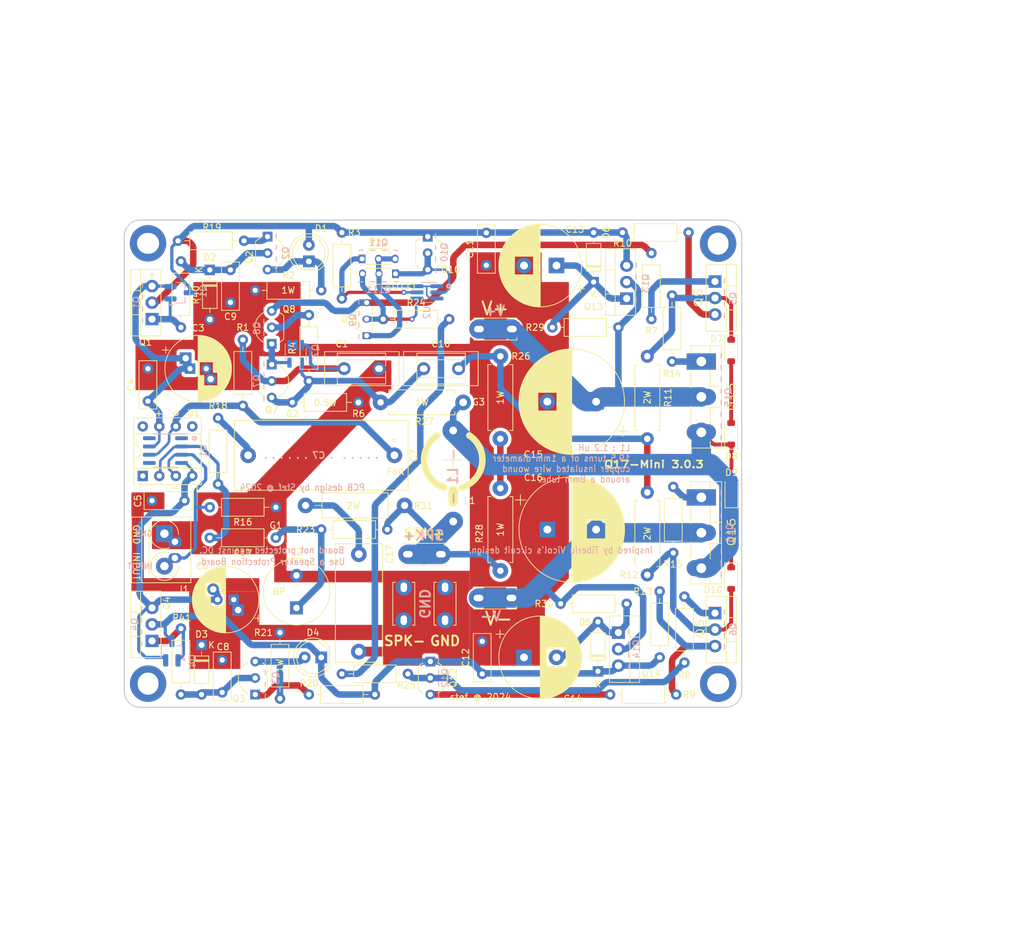
<source format=kicad_pcb>
(kicad_pcb (version 20240108) (generator "pcbnew") (generator_version "8.0")
  (title_block (title "Q17-Mini, the Quad405 reborn") (date "2024-09-14") (rev "3.0.3") (company "PCB design by Stef") (comment 1 "Zize 95 x 75 mm") (comment 2 "Thanks to Bernard74 for ground plane design."))
  (layers (0 "F.Cu" signal) (31 "B.Cu" signal) (34 "B.Paste" user) (35 "F.Paste" user) (36 "B.SilkS" user "B.Silkscreen") (37 "F.SilkS" user "F.Silkscreen") (38 "B.Mask" user) (39 "F.Mask" user) (44 "Edge.Cuts" user))
  (net 0 "")
  (net 1 "GND")
  (net 2 "Net-(Q7-G)")
  (net 3 "Net-(C2-Pad1)")
  (net 4 "Net-(C7-Pad1)")
  (net 5 "Net-(Q1-S)")
  (net 6 "Net-(Q4-S)")
  (net 7 "Net-(D3-A)")
  (net 8 "Net-(C10-Pad1)")
  (net 9 "Net-(D2-K)")
  (net 10 "Net-(Q7-S)")
  (net 11 "Net-(D1-A)")
  (net 12 "Net-(D4-K)")
  (net 13 "Net-(D6-K)")
  (net 14 "Net-(D5-A)")
  (net 15 "Net-(C17-Pad1)")
  (net 16 "Net-(J3-1-Pin_1)")
  (net 17 "Net-(J3-3-Pin_1)")
  (net 18 "Net-(D1-K)")
  (net 19 "Net-(D4-A)")
  (net 20 "Net-(J1-Pin_2)")
  (net 21 "Net-(J2-1-Pin_1)")
  (net 22 "Net-(D7-A)")
  (net 23 "Net-(Q1-G)")
  (net 24 "Net-(Q2-E)")
  (net 25 "Net-(Q3-E)")
  (net 26 "Net-(Q4-G)")
  (net 27 "Net-(Q5-G)")
  (net 28 "Net-(D7-K)")
  (net 29 "Net-(Q5-S)")
  (net 30 "Net-(Q6-G)")
  (net 31 "Net-(R24-Pad2)")
  (net 32 "Net-(R26-Pad2)")
  (net 33 "Net-(Q6-S)")
  (net 34 "Net-(Q7-D)")
  (net 35 "Net-(Q8-G)")
  (net 36 "Net-(Q8-D)")
  (net 37 "Net-(Q9-S)")
  (net 38 "Net-(Q9-G)")
  (net 39 "Net-(Q10-B)")
  (net 40 "Net-(Q12-C)")
  (net 41 "Net-(Q12-B)")
  (net 42 "Net-(Q15-G)")
  (net 43 "Net-(C7-Pad2)")
  (net 44 "Net-(Q16-G)")
  (net 45 "Net-(U2-S1)")
  (net 46 "Net-(U1--)")
  (net 50 "Net-(D10-K)")
  (net 51 "Net-(D10-A)")
  (net 52 "Net-(D8-K)")
  (footprint "Package_TO_SOT_THT:TO-220-3_Vertical" (layer "F.Cu") (at 177.104495 67.140037 90)
    (property "Reference" "Q13")
    (property "Value" "IRF610")
  )
  (footprint "Q17_Library:Faston_Connector_63849-1_TEC" (layer "F.Cu") (at 154.304495 113.241037 180)
    (property "Reference" "J3-3")
    (property "Value" "V-")
  )
  (footprint "Resistor_THT:R_Axial_DIN0207_L6.3mm_D2.5mm_P10.16mm_Horizontal" (layer "F.Cu") (at 108.077745 58.250037)
    (property "Reference" "R19")
    (property "Value" "330R")
  )
  (footprint "LED_THT:LED_D5.0mm" (layer "F.Cu") (at 130.114495 122.385037 180)
    (property "Reference" "D4")
    (property "Value" "RED 2V")
  )
  (footprint "Capacitor_THT:CP_Radial_D16.0mm_P7.50mm" (layer "F.Cu") (at 164.905495 102.700037)
    (property "Reference" "C16")
    (property "Value" "470uF/63V")
  )
  (footprint "Resistor_THT:R_Axial_DIN0411_L9.9mm_D3.6mm_P12.70mm_Horizontal" (layer "F.Cu") (at 180.279495 96.985037 -90)
    (property "Reference" "R12")
    (property "Value" "47R/2W")
  )
  (footprint "Package_TO_SOT_THT:TO-220-3_Vertical" (layer "F.Cu") (at 175.834495 118.575037 -90)
    (property "Reference" "Q14")
    (property "Value" "IRF9610")
  )
  (footprint "Capacitor_THT:C_Rect_L7.2mm_W2.5mm_P5.00mm_FKS2_FKP2_MKS2_MKP2" (layer "F.Cu") (at 154.879495 119.925037 -90)
    (property "Reference" "C12")
    (property "Value" "100nF")
  )
  (footprint "Resistor_THT:R_Axial_DIN0207_L6.3mm_D2.5mm_P10.16mm_Horizontal" (layer "F.Cu") (at 125.669495 83.127712)
    (property "Reference" "R6")
    (property "Value" "196R/0.5W")
  )
  (footprint "Diode_SMD:D_SOD-123" (layer "F.Cu") (at 193.187267 75.140037 -90)
    (property "Reference" "D7")
    (property "Value" "MMSZ5245C")
  )
  (footprint "MountingHole:MountingHole_3.2mm_M3_DIN965_Pad_TopBottom" (layer "F.Cu") (at 191.18882 126.440889)
    (property "Reference" "H3")
    (property "Value" "MountingHole_3.2mm_M3_DIN965_Pad_TopBottom")
  )
  (footprint "Resistor_THT:R_Axial_DIN0207_L6.3mm_D2.5mm_P10.16mm_Horizontal" (layer "F.Cu") (at 130.114495 102.700037)
    (property "Reference" "R23")
    (property "Value" "8k2")
  )
  (footprint "Resistor_THT:R_Axial_DIN0207_L6.3mm_D2.5mm_P10.16mm_Horizontal" (layer "F.Cu") (at 123.764495 128.735037 90)
    (property "Reference" "R21")
    (property "Value" "10k/1W")
  )
  (footprint "Resistor_THT:R_Axial_DIN0207_L6.3mm_D2.5mm_P10.16mm_Horizontal" (layer "F.Cu") (at 108.524495 71.585037 90)
    (property "Reference" "R40")
    (property "Value" "100R")
  )
  (footprint "Resistor_THT:R_Axial_DIN0207_L6.3mm_D2.5mm_P10.16mm_Horizontal" (layer "F.Cu") (at 185.994495 123.19 90)
    (property "Reference" "R8")
    (property "Value" "100R")
  )
  (footprint "Capacitor_THT:C_Rect_L7.2mm_W2.5mm_P5.00mm_FKS2_FKP2_MKS2_MKP2" (layer "F.Cu") (at 155.514495 62.020037 90)
    (property "Reference" "C11")
    (property "Value" "100nF")
  )
  (footprint "Capacitor_THT:CP_Radial_D10.0mm_P2.50mm_P5.00mm" (layer "F.Cu") (at 116.652495 113.495037 180)
    (property "Reference" "C6")
    (property "Value" "47uF/25V")
  )
  (footprint "Diode_THT:D_DO-35_SOD27_P7.62mm_Horizontal" (layer "F.Cu") (at 112.969495 62.735037 -90)
    (property "Reference" "D2")
    (property "Value" "1N5248B")
  )
  (footprint "Diode_SMD:D_SOD-123" (layer "F.Cu") (at 193.187267 110.193037 -90)
    (property "Reference" "D10")
    (property "Value" "MMSZ5245C")
  )
  (footprint "LED_THT:LED_D5.0mm" (layer "F.Cu") (at 128.209495 61.425037 90)
    (property "Reference" "D1")
    (property "Value" "RED 2V")
  )
  (footprint "Capacitor_THT:C_Rect_L18.0mm_W7.0mm_P15.00mm_FKS3_FKP3" (layer "F.Cu") (at 135.89979 106.497272 -90)
    (property "Reference" "C17")
    (property "Value" "100nF MKP or MKT")
  )
  (footprint "Q17_Library:C_Mica_v2_L11.4mm_W4.3mm_H9.1_P5.9mm_mix" (layer "F.Cu") (at 133.378943 77.93114)
    (property "Reference" "C1")
    (property "Value" "470p Mica")
  )
  (footprint "Diode_THT:D_DO-35_SOD27_P7.62mm_Horizontal" (layer "F.Cu") (at 111.699495 120.480037 -90)
    (property "Reference" "D3")
    (property "Value" "1N5248B")
  )
  (footprint "Diode_SMD:D_SOD-123" (layer "F.Cu") (at 193.187267 87.965037 90)
    (property "Reference" "D8")
    (property "Value" "SL1M-AQ")
  )
  (footprint "Resistor_THT:R_Axial_DIN0207_L6.3mm_D2.5mm_P10.16mm_Horizontal" (layer "F.Cu") (at 130.114495 65.870037 180)
    (property "Reference" "R2")
    (property "Value" "10k/1W")
  )
  (footprint "MountingHole:MountingHole_3.2mm_M3_DIN965_Pad_TopBottom" (layer "F.Cu") (at 103.463294 58.647028 180)
    (property "Reference" "H1")
    (property "Value" "MountingHole")
  )
  (footprint "Capacitor_THT:CP_Radial_D12.5mm_P5.00mm" (layer "F.Cu") (at 161.309495 122.385037)
    (property "Reference" "C14")
    (property "Value" "220uF/63V")
  )
  (footprint "Diode_THT:D_DO-35_SOD27_P7.62mm_Horizontal" (layer "F.Cu") (at 172.024495 64.600037 90)
    (property "Reference" "D6")
    (property "Value" "1N5245B")
  )
  (footprint "Capacitor_THT:CP_Radial_D10.0mm_P2.50mm_P5.00mm" (layer "F.Cu") (at 109.925558 77.935037)
    (property "Reference" "C3")
    (property "Value" "47uF/25V")
  )
  (footprint "Q17_Library:Faston_Connector_63849-1_TEC" (layer "F.Cu") (at 149.164495 111.590037 90)
    (property "Reference" "J3-2")
    (property "Value" "GND")
  )
  (footprint "Diode_SMD:D_SOD-123" (layer "F.Cu") (at 193.233495 96.985037 90)
    (property "Reference" "D9")
    (property "Value" "SL1M-AQ")
  )
  (footprint "Q17_Library:Faston_Connector_63849-1_TEC" (layer "F.Cu") (at 143.449495 106.510037 180)
    (property "Reference" "J2-1")
    (property "Value" "SPK+")
  )
  (footprint "Resistor_THT:R_Axial_DIN0207_L6.3mm_D2.5mm_P10.16mm_Horizontal" (layer "F.Cu") (at 177.104495 114.130037 180)
    (property "Reference" "R30")
    (property "Value" "100R")
  )
  (footprint "Package_TO_SOT_THT:TO-220-3_Vertical" (layer "F.Cu") (at 104.079495 119.845037 90)
    (property "Reference" "Q4")
    (property "Value" "IRF9610")
  )
  (footprint "Package_TO_SOT_THT:TO-92S_Wide" (layer "F.Cu") (at 137.099495 72.855037 90)
    (property "Reference" "Q9")
    (property "Value" "BS250P")
  )
  (footprint "Resistor_THT:R_Axial_DIN0411_L9.9mm_D3.6mm_P12.70mm_Horizontal" (layer "F.Cu") (at 139.244311 83.127712)
    (property "Reference" "R27")
    (property "Value" "560R/1W")
  )
  (footprint "Package_TO_SOT_THT:TO-92_Inline_Wide" (layer "F.Cu") (at 122.49436 77.300037 -90)
    (property "Reference" "Q7")
    (property "Value" "LSK170B")
  )
  (footprint "Resistor_THT:R_Axial_DIN0207_L6.3mm_D2.5mm_P10.16mm_Horizontal" (layer "F.Cu") (at 114.239495 95.715037 90)
    (property "Reference" "R18")
    (property "Value" "22k")
  )
  (footprint "Q17_Library:C_Mica_v2_L11.4mm_W4.3mm_H9.1_P5.9mm_mix" (layer "F.Cu") (at 151.498923 77.93241 180)
    (property "Reference" "C10")
    (property "Value" "47pF Mica")
  )
  (footprint "Resistor_THT:R_Axial_DIN0207_L6.3mm_D2.5mm_P10.16mm_Horizontal" (layer "F.Cu") (at 175.834495 71.585037 180)
    (property "Reference" "R29")
    (property "Value" "100R")
  )
  (footprint "Package_TO_SOT_THT:TO-3P-3_Vertical" (layer "F.Cu") (at 188.595 76.835 -90)
    (property "Reference" "Q15")
    (property "Value" "FQA46N15")
  )
  (footprint "Package_TO_SOT_THT:TO-92_Inline_Wide" (layer "F.Cu") (at 119.954495 128.100037 90)
    (property "Reference" "Q3")
    (property "Value" "KSC1845")
  )
  (footprint "Package_TO_SOT_THT:TO-3P-3_Vertical" (layer "F.Cu") (at 188.595 97.75222 -90)
    (property "Reference" "Q16")
    (property "Value" "IXTQ36P15P")
  )
  (footprint "Resistor_THT:R_Axial_DIN0411_L9.9mm_D3.6mm_P12.70mm_Horizontal" (layer "F.Cu") (at 157.673495 96.350037 -90)
    (property "Reference" "R28")
    (property "Value" "22R/1W")
  )
  (footprint "Capacitor_THT:C_Rect_L26.5mm_W10.5mm_P22.50mm_MKS4" (layer "F.Cu") (at 118.864495 91.270037)
    (property "Reference" "C7")
    (property "Value" "2.2uF MKP")
  )
  (footprint "Capacitor_THT:C_Rect_L7.2mm_W2.5mm_P5.00mm_FKS2_FKP2_MKS2_MKP2" (layer "F.Cu") (at 114.874495 122.779843 -90)
    (property "Reference" "C8")
    (property "Value" "100nF")
  )
  (footprint "Resistor_THT:R_Axial_DIN0207_L6.3mm_D2.5mm_P10.16mm_Horizontal" (layer "F.Cu") (at 123.129495 99.271037 180)
    (property "Reference" "R16")
    (property "Value" "47k")
  )
  (footprint "Capacitor_THT:C_Rect_L7.2mm_W2.5mm_P5.00mm_FKS2_FKP2_MKS2_MKP2" (layer "F.Cu") (at 104.079495 98.255037)
    (property "Reference" "C5")
    (property "Value" "100nF")
  )
  (footprint "Package_TO_SOT_THT:TO-92S_Wide" (layer "F.Cu") (at 141.544495 63.330037 180)
    (property "Reference" "Q111")
    (property "Value" "BS250P")
  )
  (footprint "Resistor_THT:R_Axial_DIN0207_L6.3mm_D2.5mm_P10.16mm_Horizontal" (layer "F.Cu") (at 139.639495 70.315037)
    (property "Reference" "R24")
    (property "Value" "10k")
  )
  (footprint "Capacitor_THT:CP_Radial_D12.5mm_P5.00mm" (layer "F.Cu") (at 166.309495 62.060037 180)
    (property "Reference" "C13")
    (property "Value" "220uF/63V")
  )
  (footprint "Package_TO_SOT_THT:TO-92_Inline_Wide" (layer "F.Cu") (at 121.859495 57.610037 -90)
    (property "Reference" "Q2")
    (property "Value" "KSA992")
  )
  (footprint "Capacitor_THT:C_Rect_L7.2mm_W2.5mm_P5.00mm_FKS2_FKP2_MKS2_MKP2" (layer "F.Cu") (at 103.444495 77.935037 -90)
    (property "Reference" "C4")
    (property "Value" "100nF")
  )
  (footprint "MountingHole:MountingHole_3.2mm_M3_DIN965_Pad_TopBottom" (layer "F.Cu") (at 191.175082 58.697768 180)
    (property "Reference" "H2")
    (property "Value" "MountingHole")
  )
  (footprint "Resistor_THT:R_Axial_DIN0207_L6.3mm_D2.5mm_P10.16mm_Horizontal" (layer "F.Cu") (at 128.209495 69.680037 -90)
    (property "Reference" "R4")
    (property "Value" "1k")
  )
  (footprint "Resistor_THT:R_Axial_DIN0207_L6.3mm_D2.5mm_P10.16mm_Horizontal" (layer "F.Cu") (at 174.564495 128.100037)
    (property "Reference" "R9")
    (property "Value" "100R")
  )
  (footprint "Resistor_THT:R_Axial_DIN0411_L9.9mm_D3.6mm_P15.24mm_Horizontal" (layer "F.Cu") (at 142.941495 98.994079 180)
    (property "Reference" "R31")
    (property "Value" "10R/2W")
  )
  (footprint "Capacitor_THT:C_Rect_L7.2mm_W2.5mm_P5.00mm_FKS2_FKP2_MKS2_MKP2" (layer "F.Cu") (at 116.144495 67.735037 90)
    (property "Reference" "C9")
    (property "Value" "100nF")
  )
  (footprint "Resistor_THT:R_Axial_DIN0207_L6.3mm_D2.5mm_P10.16mm_Horizontal" (layer "F.Cu") (at 118.049495 83.650037 90)
    (property "Reference" "R1")
    (property "Value" "2k7")
  )
  (footprint "Package_TO_SOT_THT:TO-220-3_Vertical" (layer "F.Cu") (at 190.698 115.57 -90)
    (property "Reference" "Q6")
    (property "Value" "2SK3564")
  )
  (footprint "Q17_Library:L_Axial_L22mm_D10mm_P21mm_vertical_Q17_Mini" (layer "F.Cu") (at 150.415807 87.457846 -90)
    (property "Reference" "L1")
    (property "Value" "1.2uH")
  )
  (footprint "Q17_Library:Faston_Connector_63849-1_TEC" (layer "F.Cu") (at 142.814495 111.590037 90)
    (property "Reference" "J2-2")
    (property "Value" "SPK-")
  )
  (footprint "Resistor_THT:R_Axial_DIN0411_L9.9mm_D3.6mm_P12.70mm_Horizontal" (layer "F.Cu") (at 157.673495 76.030037 -90)
    (property "Reference" "R26")
    (property "Value" "22R/1W")
  )
  (footprint "Resistor_THT:R_Axial_DIN0207_L6.3mm_D2.5mm_P10.16mm_Horizontal" (layer "F.Cu") (at 138.369495 128.100037 180)
    (property "Reference" "R20")
    (property "Value" "330R")
  )
  (footprint "Resistor_THT:R_Axial_DIN0207_L6.3mm_D2.5mm_P10.16mm_Horizontal" (layer "F.Cu") (at 184.089495 66.672737 -90)
    (property "Reference" "R14")
    (property "Value" "330R")
  )
  (footprint "Resistor_THT:R_Axial_DIN0207_L6.3mm_D2.5mm_P10.16mm_Horizontal" (layer "F.Cu") (at 184.277 106.299 90)
    (property "Reference" "R15")
    (property "Value" "270R")
  )
  (footprint "Resistor_THT:R_Axial_DIN0207_L6.3mm_D2.5mm_P10.16mm_Horizontal" (layer "F.Cu") (at 108.524495 117.940037 -90)
    (property "Reference" "R41")
    (property "Value" "100R")
  )
  (footprint "Package_TO_SOT_THT:TO-220-3_Vertical" (layer "F.Cu") (at 190.698 64.516 -90)
    (property "Reference" "Q5")
    (property "Value" "FQPF7P20")
  )
  (footprint "Resistor_THT:R_Axial_DIN0207_L6.3mm_D2.5mm_P10.16mm_Horizontal" (layer "F.Cu") (at 180.914495 60.155037 -90)
    (property "Reference" "R7")
    (property "Value" "100R")
  )
  (footprint "Package_TO_SOT_THT:TO-92_Inline_Wide" (layer "F.Cu") (at 146.497495 57.615037 -90)
    (property "Reference" "Q10")
    (property "Value" "KSA992")
  )
  (footprint "Resistor_THT:R_Axial_DIN0207_L6.3mm_D2.5mm_P10.16mm_Horizontal" (layer "F.Cu") (at 182.184495 112.225037 -90)
    (property "Reference" "R13")
    (property "Value" "8R2")
  )
  (footprint "Package_TO_SOT_THT:TO-92_Inline_Wide" (layer "F.Cu") (at 146.899495 123.020037 -90)
    (property "Reference" "Q12")
    (property "Value" "KSC1845")
  )
  (footprint "Resistor_THT:R_Axial_DIN0207_L6.3mm_D2.5mm_P10.16mm_Horizontal" (layer "F.Cu") (at 133.289495 124.925037)
    (property "Reference" "R25")
    (property "Value" "7k5")
  )
  (footprint "Capacitor_THT:CP_Radial_D16.0mm_P7.50mm" (layer "F.Cu") (at 172.405495 83.015037 180)
    (property "Reference" "C15")
    (property "Value" "470uF/63V")
  )
  (footprint "Resistor_THT:R_Axial_DIN0207_L6.3mm_D2.5mm_P10.16mm_Horizontal" (layer "F.Cu") (at 176.469495 56.980037)
    (property "Reference" "R10")
    (property "Value" "8R2")
  )
  (footprint "MountingHole:MountingHole_3.2mm_M3_DIN965_Pad_TopBottom" (layer "F.Cu") (at 103.475185 126.428054 180)
    (property "Reference" "H4")
    (property "Value" "MountingHole")
  )
  (footprint "Package_TO_SOT_THT:TO-92S_Wide" (layer "F.Cu") (at 136.394495 61.044037)
    (property "Reference" "Q11")
    (property "Value" "BS250P")
  )
  (footprint "Package_TO_SOT_THT:TO-92_Inline_Wide" (layer "F.Cu") (at 122.494495 74.125037 90)
    (property "Reference" "Q8")
    (property "Value" "DN2540")
  )
  (footprint "Package_TO_SOT_THT:TO-220-3_Vertical" (layer "F.Cu") (at 104.079495 70.315037 90)
    (property "Reference" "Q1")
    (property "Value" "IRF610")
  )
  (footprint "Resistor_THT:R_Axial_DIN0207_L6.3mm_D2.5mm_P10.16mm_Horizontal" (layer "F.Cu") (at 133.289495 56.980037 -90)
    (property "Reference" "R3")
    (property "Value" "150R")
  )
  (footprint "Resistor_THT:R_Axial_DIN0411_L9.9mm_D3.6mm_P12.70mm_Horizontal" (layer "F.Cu") (at 180.279495 76.030037 -90)
    (property "Reference" "R11")
    (property "Value" "47R/2W")
  )
  (footprint "Q17_Library:Input_connector_mix_inverted" (layer "F.Cu") (at 105.361295 105.899437 -90)
    (property "Reference" "J1")
    (property "Value" "INPUT")
  )
  (footprint "Capacitor_THT:CP_Radial_D10.0mm_P5.00mm" (layer "F.Cu") (at 126.304495 114.765037 90)
    (property "Reference" "C2")
    (property "Value" "100uF/10V BP")
  )
  (footprint "Package_DIP:DIP-8_W7.62mm_Socket" (layer "F.Cu") (at 102.657426 94.445037 90)
    (property "Reference" "U1'")
    (property "Value" "OPA1611")
  )
  (footprint "Diode_THT:D_DO-35_SOD27_P7.62mm_Horizontal" (layer "F.Cu") (at 172.690981 124.535037 90)
    (property "Reference" "D5")
    (property "Value" "1N5245B")
  )
  (footprint "Q17_Library:Faston_Connector_63849-1_TEC" (layer "F.Cu") (at 154.371495 71.839037 180)
    (property "Reference" "J3-1")
    (property "Value" "V+")
  )
  (footprint "Resistor_THT:R_Axial_DIN0207_L6.3mm_D2.5mm_P10.16mm_Horizontal" (layer "F.Cu") (at 123.129495 103.970037 180)
    (property "Reference" "R17")
    (property "Value" "4k75")
  )
  (footprint "Q17_Library:NDC7003P-TSOT23-6" (layer "B.Cu") (at 146.370495 66.190037 180)
    (property "Reference" "U2")
    (property "Value" "NDC7003P")
  )
  (footprint "Package_TO_SOT_SMD:SOT-23_Handsoldering" (layer "B.Cu") (at 107.127495 121.345037 90)
    (property "Reference" "Q4'")
    (property "Value" "SI2325DS")
  )
  (footprint "Package_TO_SOT_SMD:SOT-23-5_HandSoldering" (layer "B.Cu") (at 126.177495 75.649037 -90)
    (property "Reference" "Q7'")
    (property "Value" "JFE150")
  )
  (footprint "Package_TO_SOT_SMD:SOT-23_Handsoldering" (layer "B.Cu") (at 108.397495 66.251037)
    (property "Reference" "Q1'")
    (property "Value" "SI2328DS")
  )
  (footprint "Package_SO:SOIC-8_3.9x4.9mm_P1.27mm" (layer "B.Cu") (at 106.142921 90.550134 180)
    (property "Reference" "U1")
    (property "Value" "OPA1611")
  )
  (gr_line (start 194.806412 57.518381) (end 194.806634 127.615543) (stroke (width 0.2)) (layer "Edge.Cuts"))
  (gr_arc (start 99.811698 57.512454) (mid 100.529286 55.780043) (end 102.261697 55.062455) (stroke (width 0.2)) (layer "Edge.Cuts"))
  (gr_arc (start 194.806634 127.615543) (mid 194.089046 129.347954) (end 192.356635 130.065542) (stroke (width 0.2)) (layer "Edge.Cuts"))
  (gr_arc (start 192.366412 55.068383) (mid 194.092356 55.789502) (end 194.806412 57.518381) (stroke (width 0.2)) (layer "Edge.Cuts"))
  (gr_line (start 102.261697 55.062455) (end 192.366412 55.068383) (stroke (width 0.2)) (layer "Edge.Cuts"))
  (gr_arc (start 102.258328 130.064239) (mid 100.495701 129.315898) (end 99.80985 127.528029) (stroke (width 0.2)) (layer "Edge.Cuts"))
  (gr_line (start 102.258328 130.064239) (end 192.356635 130.065542) (stroke (width 0.2)) (layer "Edge.Cuts"))
  (gr_line (start 99.811698 57.512454) (end 99.80985 127.528029) (stroke (width 0.2)) (layer "Edge.Cuts"))
  (gr_text "Q12" (at 149.164495 125.560037 90) (layer "B.SilkS") (effects (font (size 1 1)) (justify mirror)))
  (gr_text "Q15" (at 192.725495 82.380037 90) (layer "B.SilkS") (effects (font (size 1 1)) (justify mirror)))
  (gr_text "GND" (at 145.989495 114.130037 -90) (layer "B.SilkS") (effects (font (size 1.5 1.5) (thickness 0.3)) (justify mirror)))
  (gr_text "- L1 -" (at 150.376394 94.493432 90) (layer "B.SilkS") (effects (font (size 1.5 1.5) (thickness 0.3)) (justify mirror)))
  (gr_text "Q1" (at 101.666495 67.775037 90) (layer "B.SilkS") (effects (font (size 1 1)) (justify mirror)))
  (gr_text "- - - -" (at 138.940904 64.633363 180) (layer "B.SilkS") (effects (font (size 0.9 0.9)) (justify mirror)))
  (gr_text "V-" (at 156.149495 116.035037 0) (layer "B.SilkS") (effects (font (size 1.5 1.5) (thickness 0.3)) (justify mirror)))
  (gr_text "V+" (at 156.784495 69.045037 0) (layer "B.SilkS") (effects (font (size 1.5 1.5) (thickness 0.3)) (justify mirror)))
  (gr_text "°" (at 111.375488 88.633012 -270) (layer "B.SilkS") (effects (font (size 2 2) (thickness 0.25))))
  (gr_text "- - - -" (at 121.224495 71.585037 90) (layer "B.SilkS") (effects (font (size 0.9 0.9)) (justify mirror)))
  (gr_text "Q14" (at 178.604012 121.11894 90) (layer "B.SilkS") (effects (font (size 1 1)) (justify mirror)))
  (gr_text "Q4" (at 101.412495 117.305037 90) (layer "B.SilkS") (effects (font (size 1 1)) (justify mirror)))
  (gr_text "Q2" (at 124.653495 60.155037 90) (layer "B.SilkS") (effects (font (size 1 1)) (justify mirror)))
  (gr_text "Q3" (at 123.129495 125.560037 90) (layer "B.SilkS") (effects (font (size 1 1)) (justify mirror)))
  (gr_text "Q5" (at 193.487495 67.140037 90) (layer "B.SilkS") (effects (font (size 1 1)) (justify mirror)))
  (gr_text "Board not protected against DC." (at 122.494495 105.875037 0) (layer "B.SilkS") (effects (font (size 1 0.9)) (justify mirror)))
  (gr_text "Q9" (at 134.940495 70.442037 90) (layer "B.SilkS") (effects (font (size 1 1)) (justify mirror)))
  (gr_text "Use a Speaker Protection Board." (at 122.494495 107.653037 0) (layer "B.SilkS") (effects (font (size 1 0.9)) (justify mirror)))
  (gr_text "Q11" (at 138.940904 58.530161 0) (layer "B.SilkS") (effects (font (size 1 1)) (justify mirror)))
  (gr_text "- - - -" (at 178.501495 64.682033 90) (layer "B.SilkS") (effects (font (size 0.9 0.9)) (justify mirror)))
  (gr_text "- - - -" (at 192.217495 67.067429 -90) (layer "B.SilkS") (effects (font (size 0.9 0.9)) (justify mirror)))
  (gr_text "Q10" (at 149.037495 60.028037 90) (layer "B.SilkS") (effects (font (size 1 1)) (justify mirror)))
  (gr_text "- - - -" (at 138.940904 59.766654 180) (layer "B.SilkS") (effects (font (size 0.9 0.9)) (justify mirror)))
  (gr_text "Q13" (at 180.025495 64.809033 90) (layer "B.SilkS") (effects (font (size 1 1)) (justify mirror)))
  (gr_text "L1 : 1.2 uH\n19.5 turns of a 1mm diameter \ncopper insulated wire wound \naround a 8mm tube." (at 177.739495 92.540037 0) (layer "B.SilkS") (effects (font (size 1 0.9) (thickness 0.15) (bold yes)) (justify left mirror)))
  (gr_text "- - - -" (at 148.23699 125.560037 -90) (layer "B.SilkS") (effects (font (size 0.9 0.9)) (justify mirror)))
  (gr_text "Q7" (at 120.208495 79.840037 90) (layer "B.SilkS") (effects (font (size 1 1)) (justify mirror)))
  (gr_text "- - - -" (at 123.129495 60.155037 90) (layer "B.SilkS") (effects (font (size 0.9 0.9)) (justify mirror)))
  (gr_text "Inspired by Tiberiu Vicol's circuit design." (at 166.944495 105.875037 0) (layer "B.SilkS") (effects (font (size 1 0.9) (thickness 0.15) (bold yes)) (justify mirror)))
  (gr_text "GND" (at 102.809495 103.335037 0) (layer "B.SilkS") (effects (font (size 0.9 0.9)) (justify mirror)))
  (gr_text "INPUT" (at 102.230924 108.34005 0) (layer "B.SilkS") (effects (font (size 0.9 0.9)) (justify mirror)))
  (gr_text "Q8" (at 120.208495 71.712037 90) (layer "B.SilkS") (effects (font (size 1 1)) (justify mirror)))
  (gr_text "PCB design by Stef @ 2024\n" (at 127.193495 96.223037 0) (layer "B.SilkS") (effects (font (size 1 0.9) (thickness 0.15) (bold yes)) (justify mirror)))
  (gr_text "- - - -" (at 177.485495 121.118939 -90) (layer "B.SilkS") (effects (font (size 0.9 0.9)) (justify mirror)))
  (gr_text "- - - -" (at 121.224495 79.840037 90) (layer "B.SilkS") (effects (font (size 0.9 0.9)) (justify mirror)))
  (gr_text "- - - - - - - -" (at 191.709495 103.335037 -90) (layer "B.SilkS") (effects (font (size 0.9 0.9)) (justify mirror)))
  (gr_text "- - - -" (at 147.767495 60.155037 -90) (layer "B.SilkS") (effects (font (size 0.9 0.9)) (justify mirror)))
  (gr_text "Q16" (at 192.979495 103.208037 90) (layer "B.SilkS") (effects (font (size 1 1)) (justify mirror)))
  (gr_text "Q6" (at 193.487495 118.067037 90) (layer "B.SilkS") (effects (font (size 1 1)) (justify mirror)))
  (gr_text "- - - -" (at 135.829495 70.315037 90) (layer "B.SilkS") (effects (font (size 0.9 0.9)) (justify mirror)))
  (gr_text "- - - -" (at 102.555495 67.775037 90) (layer "B.SilkS") (effects (font (size 0.9 0.9)) (justify mirror)))
  (gr_text "- - - -" (at 102.555495 117.559037 -90) (layer "B.SilkS") (effects (font (size 0.9 0.9)) (justify mirror)))
  (gr_text ". . . . .  . C7 . . . . . ." (at 130.114495 91.270037 0) (layer "B.SilkS") (effects (font (size 1 1) (thickness 0.2)) (justify mirror)))
  (gr_text "Q111" (at 138.940904 65.758889 0) (layer "B.SilkS") (effects (font (size 1 1)) (justify mirror)))
  (gr_text "- - - - - - - -" (at 191.709495 82.253037 -90) (layer "B.SilkS") (effects (font (size 0.9 0.9)) (justify mirror)))
  (gr_text "- - - -" (at 192.217495 118.067037 -90) (layer "B.SilkS") (effects (font (size 0.9 0.9)) (justify mirror)))
  (gr_text "- - - -" (at 121.446553 125.591797 90) (layer "B.SilkS") (effects (font (size 0.9 0.9)) (justify mirror)))
  (gr_text "SPK+" (at 145.848613 103.60985 0) (layer "B.SilkS") (effects (font (size 1.5 1.5) (thickness 0.3)) (justify mirror)))
  (gr_text "Foil" (at 141.544495 93.810037 0) (layer "F.SilkS") (effects (font (size 1 1))))
  (gr_text "i" (at 107.742273 96.350037 -90) (layer "F.SilkS") (effects (font (size 1 1))))
  (gr_text "2W" (at 180.279495 103.335037 -270) (layer "F.SilkS") (effects (font (size 1 1))))
  (gr_text "o" (at 107.889495 84.821732 -90) (layer "F.SilkS") (effects (font (size 1 1))))
  (gr_text "2W" (at 135.067495 99.017037 0) (layer "F.SilkS") (effects (font (size 1 1))))
  (gr_text "1W" (at 123.764495 123.655037 90) (layer "F.SilkS") (effects (font (size 1 1))))
  (gr_text "1W" (at 157.673495 82.380037 90) (layer "F.SilkS") (effects (font (size 1 1))))
  (gr_text "1W" (at 157.673495 102.700037 90) (layer "F.SilkS") (effects (font (size 1 1))))
  (gr_text "G3" (at 154.319918 83.063336 0) (layer "F.SilkS") (effects (font (size 1 1))))
  (gr_text "2W" (at 180.279495 82.380037 -270) (layer "F.SilkS") (effects (font (size 1 1))))
  (gr_text "+" (at 104.079495 63.457037 0) (layer "F.SilkS") (effects (font (size 1 1))))
  (gr_text "1W" (at 125.034495 65.870037 0) (layer "F.SilkS") (effects (font (size 1 1))))
  (gr_text "stef @ 2024" (at 154.625495 128.481037 0) (layer "F.SilkS") (effects (font (size 1 1))))
  (gr_text "+" (at 105.210376 84.878109 -90) (layer "F.SilkS") (effects (font (size 1 1))))
  (gr_text "-" (at 104.050001 112.99608 0) (layer "F.SilkS") (effects (font (size 1 1))))
  (gr_text "BP" (at 123.637495 112.225037 0) (layer "F.SilkS") (effects (font (size 1 1))))
  (gr_text "0.5W" (at 130.749495 83.185592 0) (layer "F.SilkS") (effects (font (size 1 1))))
  (gr_text "-" (at 110.937495 96.477037 90) (layer "F.SilkS") (effects (font (size 1 1))))
  (gr_text "G1" (at 123.129495 102.065037 0) (layer "F.SilkS") (effects (font (size 1 1))))
  (gr_text "G2" (at 125.669495 84.920037 0) (layer "F.SilkS") (effects (font (size 1 1))))
  (gr_text "1W" (at 145.594311 83.127712 0) (layer "F.SilkS") (effects (font (size 1 1))))
  (gr_text "Q17-Mini 3.0.3" (at 181.295495 92.667037 0) (layer "F.SilkS") (effects (font (size 1.1 1.3) (thickness 0.25))))
  (segment (start 135.89979 121.497272) (end 140.14626 121.497272) (width 1.5) (layer "F.Cu") (net 1))
  (segment (start 140.14626 121.497272) (end 140.147495 121.496037) (width 1) (layer "F.Cu") (net 1))
  (segment (start 124.366281 79.840037) (end 122.49436 79.840037) (width 1) (layer "F.Cu") (net 2))
  (segment (start 133.632943 77.928513) (end 127.106233 77.928513) (width 1) (layer "F.Cu") (net 2))
  (segment (start 126.399126 78.221406) (end 125.073388 79.547144) (width 1) (layer "F.Cu") (net 2))
  (arc (start 127.106233 77.928513) (mid 126.72355 78.004633) (end 126.399126 78.221406) (width 1) (layer "F.Cu") (net 2))
  (arc (start 125.073388 79.547144) (mid 124.748965 79.763917) (end 124.366281 79.840037) (width 1) (layer "F.Cu") (net 2))
  (segment (start 129.426078 77.928513) (end 133.632943 77.928513) (width 0.5) (layer "B.Cu") (net 2))
  (segment (start 118.049495 76.250823) (end 118.049495 73.490037) (width 1) (layer "B.Cu") (net 2))
  (segment (start 128.456971 75.08762) (end 128.456971 76.959406) (width 0.5) (layer "B.Cu") (net 2))
  (segment (start 128.603418 77.31296) (end 129.072525 77.782067) (width 0.5) (layer "B.Cu") (net 2))
  (segment (start 122.49436 79.840037) (end 121.638709 79.840037) (width 1) (layer "B.Cu") (net 2))
  (segment (start 128.021942 74.445484) (end 128.310525 74.734067) (width 0.5) (layer "B.Cu") (net 2))
  (segment (start 127.127495 74.299037) (end 127.668388 74.299037) (width 0.5) (layer "B.Cu") (net 2))
  (segment (start 120.931602 79.547144) (end 118.342388 76.95793) (width 1) (layer "B.Cu") (net 2))
  (arc (start 129.072525 77.782067) (mid 129.234737 77.890453) (end 129.426078 77.928513) (width 0.5) (layer "B.Cu") (net 2))
  (arc (start 128.456971 75.08762) (mid 128.418911 74.896279) (end 128.310525 74.734067) (width 0.5) (layer "B.Cu") (net 2))
  (arc (start 118.049495 76.250823) (mid 118.125615 76.633506) (end 118.342388 76.95793) (width 1) (layer "B.Cu") (net 2))
  (arc (start 128.456971 76.959406) (mid 128.495031 77.150748) (end 128.603418 77.31296) (width 0.5) (layer "B.Cu") (net 2))
  (arc (start 121.638709 79.840037) (mid 121.256026 79.763917) (end 120.931602 79.547144) (width 1) (layer "B.Cu") (net 2))
  (arc (start 128.021942 74.445484) (mid 127.85973 74.337097) (end 127.668388 74.299037) (width 0.5) (layer "B.Cu") (net 2))
  (segment (start 130.114495 102.700037) (end 130.114495 110.540823) (width 1) (layer "B.Cu") (net 3))
  (segment (start 124.106602 102.99293) (end 123.129495 103.970037) (width 1) (layer "B.Cu") (net 3))
  (segment (start 129.821602 111.24793) (end 126.304495 114.765037) (width 1) (layer "B.Cu") (net 3))
  (segment (start 130.114495 102.700037) (end 124.813709 102.700037) (width 1) (layer "B.Cu") (net 3))
  (arc (start 130.114495 110.540823) (mid 130.038375 110.923506) (end 129.821602 111.24793) (width 1) (layer "B.Cu") (net 3))
  (arc (start 124.106602 102.99293) (mid 124.431025 102.776157) (end 124.813709 102.700037) (width 1) (layer "B.Cu") (net 3))
  (segment (start 118.571602 89.887144) (end 114.239495 85.555037) (width 1) (layer "B.Cu") (net 4))
  (arc (start 118.571602 89.887144) (mid 118.788375 90.211567) (end 118.864495 90.594251) (width 1) (layer "B.Cu") (net 4))
  (segment (start 106.831495 65.235037) (end 104.079495 65.235037) (width 0.5) (layer "B.Cu") (net 5))
  (segment (start 108.151602 78.22793) (end 103.444495 82.935037) (width 1) (layer "B.Cu") (net 5))
  (segment (start 104.904533 84.395075) (end 103.444495 82.935037) (width 1) (layer "B.Cu") (net 5))
  (segment (start 102.516602 65.52793) (end 101.832388 66.212144) (width 1) (layer "B.Cu") (net 5))
  (segment (start 105.197426 86.825037) (end 105.197426 85.102182) (width 1) (layer "B.Cu") (net 5))
  (segment (start 109.925558 77.935037) (end 108.858709 77.935037) (width 1) (layer "B.Cu") (net 5))
  (segment (start 109.254621 76.335037) (end 109.254621 76.849886) (width 1) (layer "B.Cu") (net 5))
  (segment (start 104.798709 76.335037) (end 109.254621 76.335037) (width 1) (layer "B.Cu") (net 5))
  (segment (start 104.079495 65.235037) (end 103.223709 65.235037) (width 1) (layer "B.Cu") (net 5))
  (segment (start 101.539495 66.919251) (end 101.539495 73.075823) (width 1) (layer "B.Cu") (net 5))
  (segment (start 109.547514 77.556993) (end 109.925558 77.935037) (width 1) (layer "B.Cu") (net 5))
  (segment (start 105.050979 89.296416) (end 104.578707 89.768688) (width 0.4) (layer "B.Cu") (net 5))
  (segment (start 101.832388 73.78293) (end 104.091602 76.042144) (width 1) (layer "B.Cu") (net 5))
  (segment (start 105.197426 86.825037) (end 105.197426 88.942862) (width 0.4) (layer "B.Cu") (net 5))
  (arc (start 101.832388 66.212144) (mid 101.615615 66.536568) (end 101.539495 66.919251) (width 1) (layer "B.Cu") (net 5))
  (arc (start 105.050979 89.296416) (mid 105.159366 89.134204) (end 105.197426 88.942862) (width 0.4) (layer "B.Cu") (net 5))
  (arc (start 101.539495 73.075823) (mid 101.615615 73.458506) (end 101.832388 73.78293) (width 1) (layer "B.Cu") (net 5))
  (arc (start 109.547514 77.556993) (mid 109.330741 77.23257) (end 109.254621 76.849886) (width 1) (layer "B.Cu") (net 5))
  (arc (start 108.858709 77.935037) (mid 108.476026 78.011157) (end 108.151602 78.22793) (width 1) (layer "B.Cu") (net 5))
  (arc (start 104.091602 76.042144) (mid 104.416025 76.258917) (end 104.798709 76.335037) (width 1) (layer "B.Cu") (net 5))
  (arc (start 104.225154 89.915134) (mid 104.416495 89.877074) (end 104.578707 89.768688) (width 0.4) (layer "B.Cu") (net 5))
  (arc (start 105.197426 85.102182) (mid 105.121306 84.719499) (end 104.904533 84.395075) (width 1) (layer "B.Cu") (net 5))
  (arc (start 103.223709 65.235037) (mid 102.841026 65.311157) (end 102.516602 65.52793) (width 1) (layer "B.Cu") (net 5))
  (segment (start 109.372388 95.350075) (end 110.277426 94.445037) (width 1) (layer "B.Cu") (net 6))
  (segment (start 102.047495 121.16193) (end 102.047495 116.242144) (width 0.5) (layer "B.Cu") (net 6))
  (segment (start 104.079495 114.765037) (end 105.056602 113.78793) (width 1) (layer "B.Cu") (net 6))
  (segment (start 102.917048 122.23859) (end 102.193941 121.515483) (width 0.5) (layer "B.Cu") (net 6))
  (segment (start 105.763709 113.495037) (end 114.152495 113.495037) (width 1) (layer "B.Cu") (net 6))
  (segment (start 102.193942 115.88859) (end 103.317495 114.765037) (width 0.5) (layer "B.Cu") (net 6))
  (segment (start 110.277426 94.445037) (end 110.277426 93.714486) (width 0.4) (layer "B.Cu") (net 6))
  (segment (start 106.111495 122.385037) (end 103.270602 122.385037) (width 0.5) (layer "B.Cu") (net 6))
  (segment (start 109.079495 98.255037) (end 107.467388 99.867144) (width 1) (layer "B.Cu") (net 6))
  (segment (start 103.786602 100.45293) (end 102.467388 101.772144) (width 1) (layer "B.Cu") (net 6))
  (segment (start 114.152495 113.495037) (end 114.152495 112.980188) (width 1) (layer "B.Cu") (net 6))
  (segment (start 109.079495 98.255037) (end 109.079495 96.057182) (width 1) (layer "B.Cu") (net 6))
  (segment (start 113.859602 112.273081) (end 113.481558 111.895037) (width 1) (layer "B.Cu") (net 6))
  (segment (start 110.130979 93.360932) (end 109.225181 92.455134) (width 0.4) (layer "B.Cu") (net 6))
  (segment (start 102.174495 102.479251) (end 102.174495 112.445823) (width 1) (layer "B.Cu") (net 6))
  (segment (start 103.317495 114.765037) (end 104.079495 114.765037) (width 0.5) (layer "B.Cu") (net 6))
  (segment (start 102.467388 113.15293) (end 104.079495 114.765037) (width 1) (layer "B.Cu") (net 6))
  (segment (start 106.760281 100.160037) (end 104.493709 100.160037) (width 1) (layer "B.Cu") (net 6))
  (arc (start 103.270602 122.385037) (mid 103.07926 122.346977) (end 102.917048 122.23859) (width 0.5) (layer "B.Cu") (net 6))
  (arc (start 103.786602 100.45293) (mid 104.111025 100.236157) (end 104.493709 100.160037) (width 1) (layer "B.Cu") (net 6))
  (arc (start 105.056602 113.78793) (mid 105.381026 113.571157) (end 105.763709 113.495037) (width 1) (layer "B.Cu") (net 6))
  (arc (start 102.193941 121.515483) (mid 102.085555 121.353271) (end 102.047495 121.16193) (width 0.5) (layer "B.Cu") (net 6))
  (arc (start 110.130979 93.360932) (mid 110.239366 93.523144) (end 110.277426 93.714486) (width 0.4) (layer "B.Cu") (net 6))
  (arc (start 114.152495 112.980188) (mid 114.076375 112.597505) (end 113.859602 112.273081) (width 1) (layer "B.Cu") (net 6))
  (arc (start 102.174495 112.445823) (mid 102.250615 112.828506) (end 102.467388 113.15293) (width 1) (layer "B.Cu") (net 6))
  (arc (start 102.193942 115.88859) (mid 102.085555 116.050802) (end 102.047495 116.242144) (width 0.5) (layer "B.Cu") (net 6))
  (arc (start 107.467388 99.867144) (mid 107.142965 100.083917) (end 106.760281 100.160037) (width 1) (layer "B.Cu") (net 6))
  (arc (start 102.467388 101.772144) (mid 102.250615 102.096567) (end 102.174495 102.479251) (width 1) (layer "B.Cu") (net 6))
  (arc (start 109.372388 95.350075) (mid 109.155615 95.674498) (end 109.079495 96.057182) (width 1) (layer "B.Cu") (net 6))
  (segment (start 114.874495 127.779843) (end 112.019689 127.779843) (width 1) (layer "B.Cu") (net 7))
  (segment (start 117.508515 125.560037) (end 119.954495 125.560037) (width 1) (layer "B.Cu") (net 7))
  (segment (start 114.874495 127.779843) (end 116.801408 125.85293) (width 1) (layer "B.Cu") (net 7))
  (segment (start 111.699495 128.100037) (end 108.524495 128.100037) (width 1) (layer "B.Cu") (net 7))
  (segment (start 112.019689 127.779843) (end 111.699495 128.100037) (width 1) (layer "B.Cu") (net 7))
  (arc (start 116.801408 125.85293) (mid 117.125831 125.636157) (end 117.508515 125.560037) (width 1) (layer "B.Cu") (net 7))
  (segment (start 180.279495 96.985037) (end 180.279495 88.730037) (width 1) (layer "F.Cu") (net 8))
  (segment (start 157.673495 76.030037) (end 157.673495 80.568823) (width 1) (layer "B.Cu") (net 8))
  (segment (start 151.244923 77.935037) (end 152.85703 76.32293) (width 1) (layer "B.Cu") (net 8))
  (segment (start 157.966388 81.27593) (end 165.127602 88.437144) (width 1) (layer "B.Cu") (net 8))
  (segment (start 165.834709 88.730037) (end 180.279495 88.730037) (width 1) (layer "B.Cu") (net 8))
  (segment (start 153.564137 76.030037) (end 157.673495 76.030037) (width 1) (layer "B.Cu") (net 8))
  (arc (start 152.85703 76.32293) (mid 153.181453 76.106157) (end 153.564137 76.030037) (width 1) (layer "B.Cu") (net 8))
  (arc (start 165.127602 88.437144) (mid 165.452025 88.653917) (end 165.834709 88.730037) (width 1) (layer "B.Cu") (net 8))
  (arc (start 157.966388 81.27593) (mid 157.749615 80.951507) (end 157.673495 80.568823) (width 1) (layer "B.Cu") (net 8))
  (segment (start 108.524495 61.425037) (end 109.541602 62.442144) (width 1) (layer "B.Cu") (net 9))
  (segment (start 110.248709 62.735037) (end 112.969495 62.735037) (width 1) (layer "B.Cu") (net 9))
  (segment (start 116.144495 62.735037) (end 112.969495 62.735037) (width 1) (layer "B.Cu") (net 9))
  (segment (start 116.144495 62.735037) (end 118.431602 60.44793) (width 1) (layer "B.Cu") (net 9))
  (segment (start 119.138709 60.155037) (end 121.854495 60.155037) (width 1) (layer "B.Cu") (net 9))
  (arc (start 110.248709 62.735037) (mid 109.866026 62.658917) (end 109.541602 62.442144) (width 1) (layer "B.Cu") (net 9))
  (arc (start 118.431602 60.44793) (mid 118.756025 60.231157) (end 119.138709 60.155037) (width 1) (layer "B.Cu") (net 9))
  (segment (start 127.273942 78.904484) (end 128.209495 79.840037) (width 0.5) (layer "B.Cu") (net 10))
  (segment (start 140.973589 82.834819) (end 145.873371 77.935037) (width 1) (layer "B.Cu") (net 10))
  (segment (start 125.669495 83.127712) (end 123.656249 83.127712) (width 1) (layer "B.Cu") (net 10))
  (segment (start 127.127495 76.999037) (end 127.127495 78.55093) (width 0.5) (layer "B.Cu") (net 10))
  (segment (start 127.916602 80.880605) (end 125.669495 83.127712) (width 1) (layer "B.Cu") (net 10))
  (segment (start 139.244311 83.127712) (end 140.266482 83.127712) (width 1) (layer "B.Cu") (net 10))
  (segment (start 122.949142 82.834819) (end 122.49436 82.380037) (width 1) (layer "B.Cu") (net 10))
  (segment (start 139.244311 83.127712) (end 136.249529 80.13293) (width 1) (layer "B.Cu") (net 10))
  (segment (start 128.209495 79.840037) (end 128.209495 80.173498) (width 1) (layer "B.Cu") (net 10))
  (segment (start 135.542422 79.840037) (end 128.209495 79.840037) (width 1) (layer "B.Cu") (net 10))
  (arc (start 123.656249 83.127712) (mid 123.273566 83.051592) (end 122.949142 82.834819) (width 1) (layer "B.Cu") (net 10))
  (arc (start 127.127495 78.55093) (mid 127.165555 78.742272) (end 127.273942 78.904484) (width 0.5) (layer "B.Cu") (net 10))
  (arc (start 135.542422 79.840037) (mid 135.925105 79.916157) (end 136.249529 80.13293) (width 1) (layer "B.Cu") (net 10))
  (arc (start 127.916602 80.880605) (mid 128.133375 80.556182) (end 128.209495 80.173498) (width 1) (layer "B.Cu") (net 10))
  (arc (start 140.973589 82.834819) (mid 140.649166 83.051592) (end 140.266482 83.127712) (width 1) (layer "B.Cu") (net 10))
  (segment (start 108.077745 58.250037) (end 109.212282 58.250037) (width 1) (layer "F.Cu") (net 11))
  (segment (start 110.136602 62.35293) (end 105.007388 67.482144) (width 1) (layer "F.Cu") (net 11))
  (segment (start 109.919389 58.54293) (end 110.136602 58.760143) (width 1) (layer "F.Cu") (net 11))
  (segment (start 110.429495 59.46725) (end 110.429495 61.645823) (width 1) (layer "F.Cu") (net 11))
  (arc (start 110.429495 61.645823) (mid 110.353375 62.028506) (end 110.136602 62.35293) (width 1) (layer "F.Cu") (net 11))
  (arc (start 104.300281 67.775037) (mid 104.682964 67.698917) (end 105.007388 67.482144) (width 1) (layer "F.Cu") (net 11))
  (arc (start 109.919389 58.54293) (mid 109.594966 58.326157) (end 109.212282 58.250037) (width 1) (layer "F.Cu") (net 11))
  (arc (start 110.429495 59.46725) (mid 110.353375 59.084567) (end 110.136602 58.760143) (width 1) (layer "F.Cu") (net 11))
  (segment (start 128.209495 58.885037) (end 128.209495 55.985774) (width 1) (layer "B.Cu") (net 11))
  (segment (start 155.474495 56.980037) (end 133.289495 56.980037) (width 1) (layer "B.Cu") (net 11))
  (segment (start 176.469495 56.980037) (end 155.554495 56.980037) (width 1) (layer "B.Cu") (net 11))
  (segment (start 128.209495 55.985774) (end 110.756222 55.985774) (width 1) (layer "B.Cu") (net 11))
  (segment (start 107.273942 59.05384) (end 108.077745 58.250037) (width 0.5) (layer "B.Cu") (net 11))
  (segment (start 176.811602 57.322144) (end 176.469495 56.980037) (width 1) (layer "B.Cu") (net 11))
  (segment (start 133.289495 56.980037) (end 132.588125 56.278667) (width 1) (layer "B.Cu") (net 11))
  (segment (start 109.897495 66.251037) (end 109.897495 65.672144) (width 0.5) (layer "B.Cu") (net 11))
  (segment (start 110.049115 56.278667) (end 108.077745 58.250037) (width 1) (layer "B.Cu") (net 11))
  (segment (start 177.104495 62.060037) (end 177.104495 58.029251) (width 1) (layer "B.Cu") (net 11))
  (segment (start 109.751048 65.31859) (end 107.273941 62.841483) (width 0.5) (layer "B.Cu") (net 11))
  (segment (start 107.127495 62.48793) (end 107.127495 59.407394) (width 0.5) (layer "B.Cu") (net 11))
  (segment (start 131.881018 55.985774) (end 128.209495 55.985774) (width 1) (layer "B.Cu") (net 11))
  (arc (start 110.049115 56.278667) (mid 110.373538 56.061894) (end 110.756222 55.985774) (width 1) (layer "B.Cu") (net 11))
  (arc (start 107.273941 62.841483) (mid 107.165555 62.679271) (end 107.127495 62.48793) (width 0.5) (layer "B.Cu") (net 11))
  (arc (start 107.127495 59.407394) (mid 107.165555 59.216052) (end 107.273942 59.05384) (width 0.5) (layer "B.Cu") (net 11))
  (arc (start 177.104495 58.029251) (mid 177.028375 57.646568) (end 176.811602 57.322144) (width 1) (layer "B.Cu") (net 11))
  (arc (start 109.897495 65.672144) (mid 109.859435 65.480802) (end 109.751048 65.31859) (width 0.5) (layer "B.Cu") (net 11))
  (arc (start 132.588125 56.278667) (mid 132.263702 56.061894) (end 131.881018 55.985774) (width 1) (layer "B.Cu") (net 11))
  (segment (start 138.369495 128.100037) (end 133.068709 128.100037) (width 1) (layer "B.Cu") (net 12))
  (segment (start 115.167388 116.32793) (end 119.026602 120.187144) (width 1) (layer "B.Cu") (net 12))
  (segment (start 146.899495 123.020037) (end 141.958709 123.020037) (width 1) (layer "B.Cu") (net 12))
  (segment (start 107.127495 119.845037) (end 106.257941 118.975483) (width 0.5) (layer "B.Cu") (net 12))
  (segment (start 152.720281 123.020037) (end 146.899495 123.020037) (width 1) (layer "B.Cu") (net 12))
  (segment (start 132.361602 127.807144) (end 130.407388 125.85293) (width 1) (layer "B.Cu") (net 12))
  (segment (start 127.795281 120.480037) (end 119.733709 120.480037) (width 1) (layer "B.Cu") (net 12))
  (segment (start 182.184495 122.385037) (end 181.207388 123.362144) (width 1) (layer "B.Cu") (net 12))
  (segment (start 104.079495 117.305037) (end 105.570281 117.305037) (width 1) (layer "B.Cu") (net 12))
  (segment (start 154.959495 124.845037) (end 153.427388 123.31293) (width 1) (layer "B.Cu") (net 12))
  (segment (start 106.277388 117.012144) (end 106.961602 116.32793) (width 1) (layer "B.Cu") (net 12))
  (segment (start 106.111495 118.62193) (end 106.111495 117.178037) (width 0.5) (layer "B.Cu") (net 12))
  (segment (start 180.500281 123.655037) (end 175.834495 123.655037) (width 1) (layer "B.Cu") (net 12))
  (segment (start 141.251602 123.31293) (end 138.662388 125.902144) (width 1) (layer "B.Cu") (net 12))
  (segment (start 175.834495 123.655037) (end 175.247388 124.242144) (width 1) (layer "B.Cu") (net 12))
  (segment (start 107.668709 116.035037) (end 114.460281 116.035037) (width 1) (layer "B.Cu") (net 12))
  (segment (start 171.966767 124.845037) (end 154.959495 124.845037) (width 1) (layer "B.Cu") (net 12))
  (segment (start 130.114495 125.145823) (end 130.114495 122.385037) (width 1) (layer "B.Cu") (net 12))
  (segment (start 130.114495 122.385037) (end 128.502388 120.77293) (width 1) (layer "B.Cu") (net 12))
  (segment (start 174.540281 124.535037) (end 172.690981 124.535037) (width 1) (layer "B.Cu") (net 12))
  (segment (start 138.369495 126.609251) (end 138.369495 128.100037) (width 1) (layer "B.Cu") (net 12))
  (arc (start 106.961602 116.32793) (mid 107.286025 116.111157) (end 107.668709 116.035037) (width 1) (layer "B.Cu") (net 12))
  (arc (start 153.427388 123.31293) (mid 153.102965 123.096157) (end 152.720281 123.020037) (width 1) (layer "B.Cu") (net 12))
  (arc (start 119.733709 120.480037) (mid 119.351025 120.403917) (end 119.026602 120.187144) (width 1) (layer "B.Cu") (net 12))
  (arc (start 141.251602 123.31293) (mid 141.576025 123.096157) (end 141.958709 123.020037) (width 1) (layer "B.Cu") (net 12))
  (arc (start 175.247388 124.242144) (mid 174.922965 124.458917) (end 174.540281 124.535037) (width 1) (layer "B.Cu") (net 12))
  (arc (start 105.570281 117.305037) (mid 105.952965 117.228917) (end 106.277388 117.012144) (width 1) (layer "B.Cu") (net 12))
  (arc (start 106.111495 118.62193) (mid 106.149555 118.813271) (end 106.257941 118.975483) (width 0.5) (layer "B.Cu") (net 12))
  (arc (start 115.167388 116.32793) (mid 114.842965 116.111157) (end 114.460281 116.035037) (width 1) (layer "B.Cu") (net 12))
  (arc (start 132.361602 127.807144) (mid 132.686025 128.023917) (end 133.068709 128.100037) (width 1) (layer "B.Cu") (net 12))
  (arc (start 130.407388 125.85293) (mid 130.190615 125.528507) (end 130.114495 125.145823) (width 1) (layer "B.Cu") (net 12))
  (arc (start 181.207388 123.362144) (mid 180.882965 123.578917) (end 180.500281 123.655037) (width 1) (layer "B.Cu") (net 12))
  (arc (start 172.673874 124.552144) (mid 172.349451 124.768917) (end 171.966767 124.845037) (width 1) (layer "B.Cu") (net 12))
  (arc (start 138.369495 126.609251) (mid 138.445615 126.226568) (end 138.662388 125.902144) (width 1) (layer "B.Cu") (net 12))
  (arc (start 128.502388 120.77293) (mid 128.177965 120.556157) (end 127.795281 120.480037) (width 1) (layer "B.Cu") (net 12))
  (segment (start 172.024495 64.600037) (end 169.777388 62.35293) (width 1) (layer "B.Cu") (net 13))
  (segment (start 172.024495 64.600037) (end 174.271602 66.847144) (width 1) (layer "B.Cu") (net 13))
  (segment (start 169.070281 62.060037) (end 166.309495 62.060037) (width 1) (layer "B.Cu") (net 13))
  (segment (start 174.978709 67.140037) (end 177.104495 67.140037) (width 1) (layer "B.Cu") (net 13))
  (segment (start 165.967388 70.657144) (end 172.024495 64.600037) (width 1) (layer "B.Cu") (net 13))
  (arc (start 165.967388 70.657144) (mid 165.750615 70.981567) (end 165.674495 71.364251) (width 1) (layer "B.Cu") (net 13))
  (arc (start 174.271602 66.847144) (mid 174.596025 67.063917) (end 174.978709 67.140037) (width 1) (layer "B.Cu") (net 13))
  (arc (start 169.070281 62.060037) (mid 169.452964 62.136157) (end 169.777388 62.35293) (width 1) (layer "B.Cu") (net 13))
  (segment (start 175.834495 118.575037) (end 176.811602 117.59793) (width 1) (layer "B.Cu") (net 14))
  (segment (start 175.834495 118.575037) (end 174.765195 118.575037) (width 1) (layer "B.Cu") (net 14))
  (segment (start 177.104495 116.890823) (end 177.104495 114.130037) (width 1) (layer "B.Cu") (net 14))
  (segment (start 172.690981 116.915037) (end 167.513874 122.092144) (width 1) (layer "B.Cu") (net 14))
  (segment (start 174.058088 118.282144) (end 172.690981 116.915037) (width 1) (layer "B.Cu") (net 14))
  (arc (start 176.811602 117.59793) (mid 177.028375 117.273507) (end 177.104495 116.890823) (width 1) (layer "B.Cu") (net 14))
  (arc (start 174.058088 118.282144) (mid 174.382511 118.498917) (end 174.765195 118.575037) (width 1) (layer "B.Cu") (net 14))
  (arc (start 166.806767 122.385037) (mid 167.18945 122.308917) (end 167.513874 122.092144) (width 1) (layer "B.Cu") (net 14))
  (segment (start 135.89979 103.184546) (end 135.89979 106.497272) (width 1) (layer "B.Cu") (net 15))
  (segment (start 127.701495 98.994079) (end 131.709323 98.994079) (width 1) (layer "B.Cu") (net 15))
  (segment (start 132.41643 99.286972) (end 135.606897 102.477439) (width 1) (layer "B.Cu") (net 15))
  (arc (start 131.709323 98.994079) (mid 132.092006 99.070199) (end 132.41643 99.286972) (width 1) (layer "B.Cu") (net 15))
  (arc (start 135.606897 102.477439) (mid 135.82367 102.801863) (end 135.89979 103.184546) (width 1) (layer "B.Cu") (net 15))
  (segment (start 175.834495 82.285) (end 175.834495 71.585037) (width 1) (layer "B.Cu") (net 16))
  (segment (start 171.041709 83.015037) (end 172.405495 83.015037) (width 3) (layer "B.Cu") (net 16))
  (segment (start 172.842639 82.577893) (end 172.405495 83.015037) (width 3) (layer "B.Cu") (net 16))
  (segment (start 188.595 82.285) (end 173.549746 82.285) (width 3) (layer "B.Cu") (net 16))
  (segment (start 178.854495 68.150823) (end 178.854495 66.129251) (width 1) (layer "B.Cu") (net 16))
  (segment (start 175.834495 71.585037) (end 178.561602 68.85793) (width 1) (layer "B.Cu") (net 16))
  (segment (start 159.451495 71.839037) (end 170.334602 82.722144) (width 3) (layer "B.Cu") (net 16))
  (segment (start 159.451495 71.839037) (end 154.371495 71.839037) (width 3) (layer "B.Cu") (net 16))
  (segment (start 178.561602 65.422144) (end 177.739495 64.600037) (width 1) (layer "B.Cu") (net 16))
  (segment (start 177.739495 64.600037) (end 177.104495 64.600037) (width 1) (layer "B.Cu") (net 16))
  (arc (start 178.561602 68.85793) (mid 178.778375 68.533507) (end 178.854495 68.150823) (width 1) (layer "B.Cu") (net 16))
  (arc (start 172.842639 82.577893) (mid 173.167062 82.36112) (end 173.549746 82.285) (width 3) (layer "B.Cu") (net 16))
  (arc (start 170.334602 82.722144) (mid 170.659025 82.938917) (end 171.041709 83.015037) (width 3) (layer "B.Cu") (net 16))
  (arc (start 178.561602 65.422144) (mid 178.778375 65.746567) (end 178.854495 66.129251) (width 1) (layer "B.Cu") (net 16))
  (segment (start 166.944495 114.130037) (end 169.191602 111.88293) (width 1) (layer "B.Cu") (net 17))
  (segment (start 179.644495 113.274251) (end 179.644495 118.160823) (width 1) (layer "B.Cu") (net 17))
  (segment (start 176.690281 121.115037) (end 175.834495 121.115037) (width 1) (layer "B.Cu") (net 17))
  (segment (start 166.944495 114.130037) (end 164.404495 111.590037) (width 1) (layer "B.Cu") (net 17))
  (segment (start 169.898709 111.590037) (end 177.960281 111.590037) (width 1) (layer "B.Cu") (net 17))
  (segment (start 172.405495 102.700037) (end 162.157388 112.948144) (width 3) (layer "B.Cu") (net 17))
  (segment (start 173.321892 103.20222) (end 188.595 103.20222) (width 3) (layer "B.Cu") (net 17))
  (segment (start 179.351602 118.86793) (end 177.397388 120.822144) (width 1) (layer "B.Cu") (net 17))
  (segment (start 161.450281 113.241037) (end 159.384495 113.241037) (width 3) (layer "B.Cu") (net 17))
  (segment (start 178.667388 111.88293) (end 179.351602 112.567144) (width 1) (layer "B.Cu") (net 17))
  (segment (start 159.384495 113.241037) (end 154.304495 113.241037) (width 3) (layer "B.Cu") (net 17))
  (segment (start 172.405495 102.700037) (end 172.614785 102.909327) (width 3) (layer "B.Cu") (net 17))
  (arc (start 178.667388 111.88293) (mid 178.342965 111.666157) (end 177.960281 111.590037) (width 1) (layer "B.Cu") (net 17))
  (arc (start 169.191602 111.88293) (mid 169.516025 111.666157) (end 169.898709 111.590037) (width 1) (layer "B.Cu") (net 17))
  (arc (start 162.157388 112.948144) (mid 161.832965 113.164917) (end 161.450281 113.241037) (width 3) (layer "B.Cu") (net 17))
  (arc (start 177.397388 120.822144) (mid 177.072965 121.038917) (end 176.690281 121.115037) (width 1) (layer "B.Cu") (net 17))
  (arc (start 179.351602 118.86793) (mid 179.568375 118.543507) (end 179.644495 118.160823) (width 1) (layer "B.Cu") (net 17))
  (arc (start 173.321892 103.20222) (mid 172.939209 103.1261) (end 172.614785 102.909327) (width 3) (layer "B.Cu") (net 17))
  (arc (start 179.351602 112.567144) (mid 179.568375 112.891567) (end 179.644495 113.274251) (width 1) (layer "B.Cu") (net 17))
  (segment (start 129.821602 61.767144) (end 129.772388 61.71793) (width 1) (layer "B.Cu") (net 18))
  (segment (start 128.209495 61.425037) (end 126.083709 61.425037) (width 1) (layer "B.Cu") (net 18))
  (segment (start 130.114495 65.870037) (end 130.114495 62.474251) (width 1) (layer "B.Cu") (net 18))
  (segment (start 125.376602 61.71793) (end 124.692388 62.402144) (width 1) (layer "B.Cu") (net 18))
  (segment (start 123.985281 62.695037) (end 121.864495 62.695037) (width 1) (layer "B.Cu") (net 18))
  (segment (start 129.065281 61.425037) (end 128.209495 61.425037) (width 1) (layer "B.Cu") (net 18))
  (arc (start 129.065281 61.425037) (mid 129.447964 61.501157) (end 129.772388 61.71793) (width 1) (layer "B.Cu") (net 18))
  (arc (start 125.376602 61.71793) (mid 125.701025 61.501157) (end 126.083709 61.425037) (width 1) (layer "B.Cu") (net 18))
  (arc (start 123.985281 62.695037) (mid 124.367964 62.618917) (end 124.692388 62.402144) (width 1) (layer "B.Cu") (net 18))
  (arc (start 130.114495 62.474251) (mid 130.038375 62.091568) (end 129.821602 61.767144) (width 1) (layer "B.Cu") (net 18))
  (segment (start 123.764495 123.020037) (end 123.764495 128.735037) (width 1) (layer "B.Cu") (net 19))
  (segment (start 123.764495 123.020037) (end 126.525281 123.020037) (width 1) (layer "B.Cu") (net 19))
  (segment (start 127.232388 122.727144) (end 127.574495 122.385037) (width 1) (layer "B.Cu") (net 19))
  (segment (start 119.954495 123.020037) (end 123.764495 123.020037) (width 1) (layer "B.Cu") (net 19))
  (arc (start 127.232388 122.727144) (mid 126.907965 122.943917) (end 126.525281 123.020037) (width 1) (layer "B.Cu") (net 19))
  (segment (start 106.797367 91.969628) (end 107.435415 91.33158) (width 0.4) (layer "B.Cu") (net 20))
  (segment (start 109.012388 107.085037) (end 107.596495 107.085037) (width 0.5) (layer "B.Cu") (net 20))
  (segment (start 110.756414 96.865225) (end 110.756414 105.341011) (width 0.5) (layer "B.Cu") (net 20))
  (segment (start 112.188048 95.226484) (end 110.90286 96.511672) (width 0.5) (layer "B.Cu") (net 20))
  (segment (start 108.617921 91.185134) (end 110.137485 91.185134) (width 0.5) (layer "B.Cu") (net 20))
  (segment (start 107.788968 91.185134) (end 108.617921 91.185134) (width 0.4) (layer "B.Cu") (net 20))
  (segment (start 106.650921 92.323181) (end 106.650921 93.151425) (width 0.4) (layer "B.Cu") (net 20))
  (segment (start 110.609967 105.694565) (end 109.365941 106.938591) (width 0.5) (layer "B.Cu") (net 20))
  (segment (start 110.491039 91.331581) (end 112.188049 93.028591) (width 0.5) (layer "B.Cu") (net 20))
  (segment (start 106.797368 93.504979) (end 107.737426 94.445037) (width 0.4) (layer "B.Cu") (net 20))
  (segment (start 110.756414 99.271037) (end 112.969495 99.271037) (width 0.5) (layer "B.Cu") (net 20))
  (segment (start 112.334495 93.382144) (end 112.334495 94.87293) (width 0.5) (layer "B.Cu") (net 20))
  (arc (start 110.90286 96.511672) (mid 110.794474 96.673884) (end 110.756414 96.865225) (width 0.5) (layer "B.Cu") (net 20))
  (arc (start 112.334495 94.87293) (mid 112.296435 95.064272) (end 112.188048 95.226484) (width 0.5) (layer "B.Cu") (net 20))
  (arc (start 106.797367 91.969628) (mid 106.688981 92.13184) (end 106.650921 92.323181) (width 0.4) (layer "B.Cu") (net 20))
  (arc (start 106.797368 93.504979) (mid 106.688981 93.342767) (end 106.650921 93.151425) (width 0.4) (layer "B.Cu") (net 20))
  (arc (start 107.435415 91.33158) (mid 107.597627 91.223194) (end 107.788968 91.185134) (width 0.4) (layer "B.Cu") (net 20))
  (arc (start 112.188049 93.028591) (mid 112.296435 93.190803) (end 112.334495 93.382144) (width 0.5) (layer "B.Cu") (net 20))
  (arc (start 110.609967 105.694565) (mid 110.718354 105.532353) (end 110.756414 105.341011) (width 0.5) (layer "B.Cu") (net 20))
  (arc (start 109.012388 107.085037) (mid 109.203729 107.046977) (end 109.365941 106.938591) (width 0.5) (layer "B.Cu") (net 20))
  (arc (start 110.137485 91.185134) (mid 110.328827 91.223194) (end 110.491039 91.331581) (width 0.5) (layer "B.Cu") (net 20))
  (segment (start 147.083595 103.136179) (end 147.083595 103.921137) (width 1) (layer "B.Cu") (net 21))
  (segment (start 142.941495 98.994079) (end 147.083595 103.136179) (width 1) (layer "B.Cu") (net 21))
  (segment (start 142.941495 98.994079) (end 140.567388 101.368186) (width 1) (layer "B.Cu") (net 21))
  (segment (start 154.719281 106.510037) (end 148.529495 106.510037) (width 1) (layer "B.Cu") (net 21))
  (segment (start 148.529495 106.510037) (end 145.989495 106.510037) (width 3) (layer "B.Cu") (net 21))
  (segment (start 157.673495 109.050037) (end 155.426388 106.80293) (width 1) (layer "B.Cu") (net 21))
  (segment (start 140.274495 102.075293) (end 140.274495 102.700037) (width 1) (layer "B.Cu") (net 21))
  (segment (start 145.989495 105.884158) (end 150.415807 101.457846) (width 3) (layer "B.Cu") (net 21))
  (segment (start 145.989495 106.510037) (end 143.449495 106.510037) (width 3) (layer "B.Cu") (net 21))
  (segment (start 145.989495 106.510037) (end 145.989495 105.884158) (width 3) (layer "B.Cu") (net 21))
  (arc (start 140.567388 101.368186) (mid 140.350615 101.692609) (end 140.274495 102.075293) (width 1) (layer "B.Cu") (net 21))
  (arc (start 154.719281 106.510037) (mid 155.101964 106.586157) (end 155.426388 106.80293) (width 1) (layer "B.Cu") (net 21))
  (segment (start 193.187267 76.790037) (end 193.187267 86.315037) (width 0.6) (layer "F.Cu") (net 22))
  (segment (start 106.897495 67.201037) (end 106.897495 70.257823) (width 0.5) (layer "B.Cu") (net 23))
  (segment (start 106.840281 70.315037) (end 104.079495 70.315037) (width 1) (layer "B.Cu") (net 23))
  (segment (start 108.524495 71.585037) (end 107.547388 70.60793) (width 1) (layer "B.Cu") (net 23))
  (arc (start 106.840281 70.315037) (mid 107.222964 70.391157) (end 107.547388 70.60793) (width 1) (layer "B.Cu") (net 23))
  (segment (start 118.237745 58.250037) (end 120.805281 58.250037) (width 1) (layer "B.Cu") (net 24))
  (segment (start 121.512388 57.957144) (end 121.859495 57.610037) (width 1) (layer "B.Cu") (net 24))
  (arc (start 121.512388 57.957144) (mid 121.187965 58.173917) (end 120.805281 58.250037) (width 1) (layer "B.Cu") (net 24))
  (segment (start 120.081495 128.227037) (end 121.191281 128.227037) (width 1) (layer "F.Cu") (net 25))
  (segment (start 123.543709 126.703037) (end 126.398281 126.703037) (width 1) (layer "F.Cu") (net 25))
  (segment (start 127.105388 126.99593) (end 128.209495 128.100037) (width 1) (layer "F.Cu") (net 25))
  (segment (start 121.898388 127.934144) (end 122.836602 126.99593) (width 1) (layer "F.Cu") (net 25))
  (arc (start 126.398281 126.703037) (mid 126.780964 126.779157) (end 127.105388 126.99593) (width 1) (layer "F.Cu") (net 25))
  (arc (start 123.543709 126.703037) (mid 123.161026 126.779157) (end 122.836602 126.99593) (width 1) (layer "F.Cu") (net 25))
  (arc (start 121.191281 128.227037) (mid 121.573964 128.150917) (end 121.898388 127.934144) (width 1) (layer "F.Cu") (net 25))
  (segment (start 108.524495 117.940037) (end 106.912388 119.552144) (width 1) (layer "F.Cu") (net 26))
  (segment (start 106.205281 119.845037) (end 104.079495 119.845037) (width 1) (layer "F.Cu") (net 26))
  (arc (start 106.205281 119.845037) (mid 106.587964 119.768917) (end 106.912388 119.552144) (width 1) (layer "F.Cu") (net 26))
  (segment (start 108.905495 121.80993) (end 108.905495 118.528144) (width 0.5) (layer "B.Cu") (net 26))
  (segment (start 108.077495 122.845037) (end 108.759049 122.163483) (width 0.5) (layer "B.Cu") (net 26))
  (arc (start 108.905495 121.80993) (mid 108.867435 122.001271) (end 108.759049 122.163483) (width 0.5) (layer "B.Cu") (net 26))
  (arc (start 108.905495 118.528144) (mid 108.867435 118.336802) (end 108.759048 118.17459) (width 0.5) (layer "B.Cu") (net 26))
  (segment (start 181.975639 64.808893) (end 181.207388 65.577144) (width 1) (layer "B.Cu") (net 27))
  (segment (start 180.914495 66.284251) (end 180.914495 70.315037) (width 1) (layer "B.Cu") (net 27))
  (segment (start 190.698 64.516) (end 182.682746 64.516) (width 1) (layer "B.Cu") (net 27))
  (arc (start 181.207388 65.577144) (mid 180.990615 65.901568) (end 180.914495 66.284251) (width 1) (layer "B.Cu") (net 27))
  (arc (start 182.682746 64.516) (mid 182.300063 64.59212) (end 181.975639 64.808893) (width 1) (layer "B.Cu") (net 27))
  (segment (start 193.187267 73.490037) (end 193.187267 68.189916) (width 0.6) (layer "F.Cu") (net 28))
  (segment (start 193.04082 67.836362) (end 192.406904 67.202446) (width 0.6) (layer "F.Cu") (net 28))
  (segment (start 192.053351 67.056) (end 190.698 67.056) (width 0.6) (layer "F.Cu") (net 28))
  (arc (start 192.406904 67.202446) (mid 192.244692 67.09406) (end 192.053351 67.056) (width 0.6) (layer "F.Cu") (net 28))
  (arc (start 193.04082 67.836362) (mid 193.149207 67.998574) (end 193.187267 68.189916) (width 0.6) (layer "F.Cu") (net 28))
  (segment (start 180.279495 76.030037) (end 183.796602 72.51293) (width 1) (layer "B.Cu") (net 28))
  (segment (start 184.179865 66.763107) (end 184.472758 67.056) (width 1) (layer "B.Cu") (net 28))
  (segment (start 184.472758 67.056) (end 190.698 67.056) (width 1) (layer "B.Cu") (net 28))
  (segment (start 184.089495 71.805823) (end 184.089495 66.672737) (width 1) (layer "B.Cu") (net 28))
  (arc (start 183.796602 72.51293) (mid 184.013375 72.188507) (end 184.089495 71.805823) (width 1) (layer "B.Cu") (net 28))
  (segment (start 190.698 69.596) (end 189.118672 69.596) (width 1) (layer "F.Cu") (net 29))
  (segment (start 188.411565 69.303107) (end 186.922388 67.81393) (width 1) (layer "F.Cu") (net 29))
  (segment (start 186.629495 67.106823) (end 186.629495 56.980037) (width 1) (layer "F.Cu") (net 29))
  (arc (start 186.629495 67.106823) (mid 186.705615 67.489506) (end 186.922388 67.81393) (width 1) (layer "F.Cu") (net 29))
  (arc (start 189.118672 69.596) (mid 188.735989 69.51988) (end 188.411565 69.303107) (width 1) (layer "F.Cu") (net 29))
  (segment (start 190.825 115.57) (end 188.948709 115.57) (width 1) (layer "B.Cu") (net 30))
  (segment (start 188.241602 115.277107) (end 185.994495 113.03) (width 1) (layer "B.Cu") (net 30))
  (arc (start 188.241602 115.277107) (mid 188.566025 115.49388) (end 188.948709 115.57) (width 1) (layer "B.Cu") (net 30))
  (segment (start 138.076602 122.67793) (end 136.122388 124.632144) (width 1) (layer "B.Cu") (net 31))
  (segment (start 145.354495 84.699251) (end 145.354495 91.490823) (width 1) (layer "B.Cu") (net 31))
  (segment (start 148.236602 81.40293) (end 145.647388 83.992144) (width 1) (layer "B.Cu") (net 31))
  (segment (start 149.799495 70.315037) (end 148.822388 71.292144) (width 1) (layer "B.Cu") (net 31))
  (segment (start 135.415281 124.925037) (end 133.289495 124.925037) (width 1) (layer "B.Cu") (net 31))
  (segment (start 148.529495 71.999251) (end 148.529495 80.695823) (width 1) (layer "B.Cu") (net 31))
  (segment (start 138.369495 99.304251) (end 138.369495 121.970823) (width 1) (layer "B.Cu") (net 31))
  (segment (start 145.061602 92.19793) (end 138.662388 98.597144) (width 1) (layer "B.Cu") (net 31))
  (arc (start 138.662388 98.597144) (mid 138.445615 98.921568) (end 138.369495 99.304251) (width 1) (layer "B.Cu") (net 31))
  (arc (start 135.415281 124.925037) (mid 135.797964 124.848917) (end 136.122388 124.632144) (width 1) (layer "B.Cu") (net 31))
  (arc (start 145.354495 91.490823) (mid 145.278375 91.873507) (end 145.061602 92.19793) (width 1) (layer "B.Cu") (net 31))
  (arc (start 138.369495 121.970823) (mid 138.293375 122.353506) (end 138.076602 122.67793) (width 1) (layer "B.Cu") (net 31))
  (arc (start 148.529495 80.695823) (mid 148.453375 81.078506) (end 148.236602 81.40293) (width 1) (layer "B.Cu") (net 31))
  (arc (start 145.647388 83.992144) (mid 145.430615 84.316567) (end 145.354495 84.699251) (width 1) (layer "B.Cu") (net 31))
  (arc (start 148.822388 71.292144) (mid 148.605615 71.616567) (end 148.529495 71.999251) (width 1) (layer "B.Cu") (net 31))
  (segment (start 157.673495 88.730037) (end 157.673495 96.350037) (width 1) (layer "F.Cu") (net 32))
  (segment (start 185.790605 120.942893) (end 184.382388 122.35111) (width 1) (layer "F.Cu") (net 33))
  (segment (start 184.382388 127.75793) (end 184.724495 128.100037) (width 1) (layer "F.Cu") (net 33))
  (segment (start 190.698 120.65) (end 186.497712 120.65) (width 1) (layer "F.Cu") (net 33))
  (segment (start 184.089495 123.058217) (end 184.089495 127.050823) (width 1) (layer "F.Cu") (net 33))
  (arc (start 184.382388 122.35111) (mid 184.165615 122.675533) (end 184.089495 123.058217) (width 1) (layer "F.Cu") (net 33))
  (arc (start 186.497712 120.65) (mid 186.115029 120.72612) (end 185.790605 120.942893) (width 1) (layer "F.Cu") (net 33))
  (arc (start 184.382388 127.75793) (mid 184.165615 127.433507) (end 184.089495 127.050823) (width 1) (layer "F.Cu") (net 33))
  (segment (start 182.184495 112.225037) (end 182.184495 116.255823) (width 1) (layer "B.Cu") (net 33))
  (segment (start 182.477388 116.96293) (end 185.871565 120.357107) (width 1) (layer "B.Cu") (net 33))
  (segment (start 186.578672 120.65) (end 190.825 120.65) (width 1) (layer "B.Cu") (net 33))
  (arc (start 182.477388 116.96293) (mid 182.260615 116.638507) (end 182.184495 116.255823) (width 1) (layer "B.Cu") (net 33))
  (arc (start 186.578672 120.65) (mid 186.195989 120.57388) (end 185.871565 120.357107) (width 1) (layer "B.Cu") (net 33))
  (segment (start 125.227495 76.999037) (end 122.79536 76.999037) (width 0.5) (layer "B.Cu") (net 34))
  (segment (start 122.494495 74.125037) (end 122.494495 77.299902) (width 1) (layer "B.Cu") (net 34))
  (segment (start 122.494495 71.585037) (end 123.985281 71.585037) (width 1) (layer "B.Cu") (net 35))
  (segment (start 126.427674 69.720624) (end 128.168908 69.720624) (width 1) (layer "B.Cu") (net 35))
  (segment (start 124.692388 71.292144) (end 126.011602 69.97293) (width 1) (layer "B.Cu") (net 35))
  (arc (start 126.011602 69.97293) (mid 126.204604 69.822305) (end 126.427674 69.720624) (width 1) (layer "B.Cu") (net 35))
  (arc (start 123.985281 71.585037) (mid 124.367964 71.508917) (end 124.692388 71.292144) (width 1) (layer "B.Cu") (net 35))
  (segment (start 152.046602 59.17793) (end 150.727388 60.497144) (width 1) (layer "F.Cu") (net 36))
  (segment (start 146.210281 67.775037) (end 137.099495 67.775037) (width 1) (layer "F.Cu") (net 36))
  (segment (start 179.230281 58.885037) (end 152.753709 58.885037) (width 1) (layer "F.Cu") (net 36))
  (segment (start 150.141602 64.25793) (end 146.917388 67.482144) (width 1) (layer "F.Cu") (net 36))
  (segment (start 180.914495 60.155037) (end 179.937388 59.17793) (width 1) (layer "F.Cu") (net 36))
  (segment (start 150.434495 61.204251) (end 150.434495 63.550823) (width 1) (layer "F.Cu") (net 36))
  (arc (start 150.434495 61.204251) (mid 150.510615 60.821568) (end 150.727388 60.497144) (width 1) (layer "F.Cu") (net 36))
  (arc (start 150.434495 63.550823) (mid 150.358375 63.933506) (end 150.141602 64.25793) (width 1) (layer "F.Cu") (net 36))
  (arc (start 179.937388 59.17793) (mid 179.612965 58.961157) (end 179.230281 58.885037) (width 1) (layer "F.Cu") (net 36))
  (arc (start 152.753709 58.885037) (mid 152.371026 58.961157) (end 152.046602 59.17793) (width 1) (layer "F.Cu") (net 36))
  (arc (start 146.917388 67.482144) (mid 146.592965 67.698917) (end 146.210281 67.775037) (width 1) (layer "F.Cu") (net 36))
  (segment (start 134.852388 68.752144) (end 135.536602 68.06793) (width 1) (layer "B.Cu") (net 36))
  (segment (start 132.433709 69.045037) (end 134.145281 69.045037) (width 1) (layer "B.Cu") (net 36))
  (segment (start 136.243709 67.775037) (end 137.099495 67.775037) (width 1) (layer "B.Cu") (net 36))
  (segment (start 131.042388 68.06793) (end 131.726602 68.752144) (width 1) (layer "B.Cu") (net 36))
  (segment (start 124.178709 67.775037) (end 130.335281 67.775037) (width 1) (layer "B.Cu") (net 36))
  (segment (start 122.494495 69.045037) (end 123.471602 68.06793) (width 1) (layer "B.Cu") (net 36))
  (arc (start 131.726602 68.752144) (mid 132.051025 68.968917) (end 132.433709 69.045037) (width 1) (layer "B.Cu") (net 36))
  (arc (start 123.471602 68.06793) (mid 123.796025 67.851157) (end 124.178709 67.775037) (width 1) (layer "B.Cu") (net 36))
  (arc (start 134.145281 69.045037) (mid 134.527964 68.968917) (end 134.852388 68.752144) (width 1) (layer "B.Cu") (net 36))
  (arc (start 130.335281 67.775037) (mid 130.717964 67.851157) (end 131.042388 68.06793) (width 1) (layer "B.Cu") (net 36))
  (arc (start 136.243709 67.775037) (mid 135.861026 67.851157) (end 135.536602 68.06793) (width 1) (layer "B.Cu") (net 36))
  (segment (start 146.48999 66.787493) (end 146.721098 67.018601) (width 0.25) (layer "B.Cu") (net 37))
  (segment (start 140.495281 72.855037) (end 137.099495 72.855037) (width 0.8) (layer "B.Cu") (net 37))
  (segment (start 144.819543 65.265047) (end 147.867543 65.265047) (width 0.25) (layer "B.Cu") (net 37))
  (segment (start 141.886602 71.87793) (end 141.202388 72.562144) (width 0.8) (layer "B.Cu") (net 37))
  (segment (start 142.179495 69.141751) (end 142.179495 71.170823) (width 0.8) (layer "B.Cu") (net 37))
  (segment (start 146.343543 65.265047) (end 146.343543 66.433939) (width 0.25) (layer "B.Cu") (net 37))
  (segment (start 139.316995 65.240037) (end 144.846495 65.240037) (width 0.4) (layer "B.Cu") (net 37))
  (segment (start 138.934495 61.044037) (end 141.474495 61.044037) (width 0.8) (layer "B.Cu") (net 37))
  (segment (start 139.297388 65.84543) (end 141.886602 68.434644) (width 0.8) (layer "B.Cu") (net 37))
  (segment (start 138.934495 61.044037) (end 138.934495 63.260037) (width 0.8) (layer "B.Cu") (net 37))
  (segment (start 139.004495 65.138323) (end 139.004495 63.330037) (width 0.8) (layer "B.Cu") (net 37))
  (arc (start 146.343543 66.433939) (mid 146.381603 66.625281) (end 146.48999 66.787493) (width 0.25) (layer "B.Cu") (net 37))
  (arc (start 139.004495 65.138323) (mid 139.080615 65.521006) (end 139.297388 65.84543) (width 0.8) (layer "B.Cu") (net 37))
  (arc (start 142.179495 71.170823) (mid 142.103375 71.553506) (end 141.886602 71.87793) (width 0.8) (layer "B.Cu") (net 37))
  (arc (start 140.495281 72.855037) (mid 140.877964 72.778917) (end 141.202388 72.562144) (width 0.8) (layer "B.Cu") (net 37))
  (arc (start 147.074651 67.165047) (mid 146.88331 67.126987) (end 146.721098 67.018601) (width 0.25) (layer "B.Cu") (net 37))
  (arc (start 142.179495 69.141751) (mid 142.103375 68.759068) (end 141.886602 68.434644) (width 0.8) (layer "B.Cu") (net 37))
  (segment (start 139.639495 70.315037) (end 144.084495 70.315037) (width 0.5) (layer "F.Cu") (net 38))
  (via (at 144.084495 70.315037) (size 0.8) (drill 0.4) (layers "F.Cu" "B.Cu") (net 38))
  (segment (start 136.464495 63.330037) (end 136.464495 64.820823) (width 0.8) (layer "B.Cu") (net 38))
  (segment (start 144.719495 69.47293) (end 144.719495 67.267037) (width 0.4) (layer "B.Cu") (net 38))
  (segment (start 136.757388 65.52793) (end 139.346602 68.117144) (width 0.8) (layer "B.Cu") (net 38))
  (segment (start 144.084495 70.315037) (end 144.573049 69.826483) (width 0.4) (layer "B.Cu") (net 38))
  (segment (start 139.639495 70.315037) (end 137.099495 70.315037) (width 0.8) (layer "B.Cu") (net 38))
  (segment (start 139.639495 68.824251) (end 139.639495 70.315037) (width 0.8) (layer "B.Cu") (net 38))
  (arc (start 139.639495 68.824251) (mid 139.563375 68.441568) (end 139.346602 68.117144) (width 0.8) (layer "B.Cu") (net 38))
  (arc (start 144.719495 69.47293) (mid 144.681435 69.664271) (end 144.573049 69.826483) (width 0.4) (layer "B.Cu") (net 38))
  (arc (start 136.757388 65.52793) (mid 136.540615 65.203507) (end 136.464495 64.820823) (width 0.8) (layer "B.Cu") (net 38))
  (segment (start 146.155388 63.037144) (end 146.497495 62.695037) (width 0.8) (layer "B.Cu") (net 39))
  (segment (start 149.799495 65.34793) (end 149.799495 63.537144) (width 0.4) (layer "B.Cu") (net 39))
  (segment (start 141.544495 63.330037) (end 145.448281 63.330037) (width 0.8) (layer "B.Cu") (net 39))
  (segment (start 149.653048 63.18359) (end 149.310941 62.841483) (width 0.4) (layer "B.Cu") (net 39))
  (segment (start 149.310942 66.04359) (end 149.653049 65.701483) (width 0.4) (layer "B.Cu") (net 39))
  (segment (start 148.957388 62.695037) (end 146.497495 62.695037) (width 0.4) (layer "B.Cu") (net 39))
  (segment (start 146.497495 62.695037) (end 146.497495 60.155037) (width 1) (layer "B.Cu") (net 39))
  (segment (start 147.894495 66.190037) (end 148.957388 66.190037) (width 0.4) (layer "B.Cu") (net 39))
  (arc (start 149.799495 63.537144) (mid 149.761435 63.345802) (end 149.653048 63.18359) (width 0.4) (layer "B.Cu") (net 39))
  (arc (start 148.957388 66.190037) (mid 149.14873 66.151977) (end 149.310942 66.04359) (width 0.4) (layer "B.Cu") (net 39))
  (arc (start 149.310941 62.841483) (mid 149.148729 62.733097) (end 148.957388 62.695037) (width 0.4) (layer "B.Cu") (net 39))
  (arc (start 149.653049 65.701483) (mid 149.761435 65.539271) (end 149.799495 65.34793) (width 0.4) (layer "B.Cu") (net 39))
  (arc (start 146.155388 63.037144) (mid 145.830965 63.253917) (end 145.448281 63.330037) (width 0.8) (layer "B.Cu") (net 39))
  (segment (start 144.498709 125.560037) (end 146.899495 125.560037) (width 1) (layer "B.Cu") (net 40))
  (segment (start 149.912388 125.85293) (end 151.231602 127.172144) (width 1) (layer "B.Cu") (net 40))
  (segment (start 174.343709 126.195037) (end 182.575244 126.195037) (width 1) (layer "B.Cu") (net 40))
  (segment (start 143.449495 124.925037) (end 143.791602 125.267144) (width 1) (layer "B.Cu") (net 40))
  (segment (start 183.282351 125.902144) (end 185.994495 123.19) (width 1) (layer "B.Cu") (net 40))
  (segment (start 146.899495 125.560037) (end 149.205281 125.560037) (width 1) (layer "B.Cu") (net 40))
  (segment (start 172.952388 127.172144) (end 173.636602 126.48793) (width 1) (layer "B.Cu") (net 40))
  (segment (start 151.938709 127.465037) (end 172.245281 127.465037) (width 1) (layer "B.Cu") (net 40))
  (arc (start 173.636602 126.48793) (mid 173.961025 126.271157) (end 174.343709 126.195037) (width 1) (layer "B.Cu") (net 40))
  (arc (start 149.205281 125.560037) (mid 149.587964 125.636157) (end 149.912388 125.85293) (width 1) (layer "B.Cu") (net 40))
  (arc (start 151.938709 127.465037) (mid 151.556026 127.388917) (end 151.231602 127.172144) (width 1) (layer "B.Cu") (net 40))
  (arc (start 183.282351 125.902144) (mid 182.957928 126.118917) (end 182.575244 126.195037) (width 1) (layer "B.Cu") (net 40))
  (arc (start 143.791602 125.267144) (mid 144.116025 125.483917) (end 144.498709 125.560037) (width 1) (layer "B.Cu") (net 40))
  (arc (start 172.245281 127.465037) (mid 172.627964 127.388917) (end 172.952388 127.172144) (width 1) (layer "B.Cu") (net 40))
  (segment (start 174.564495 128.100037) (end 146.899495 128.100037) (width 1) (layer "F.Cu") (net 41))
  (segment (start 184.259458 76.835) (end 188.595 76.835) (width 1) (layer "B.Cu") (net 42))
  (segment (start 108.030319 85.414213) (end 109.501602 83.94293) (width 1) (layer "B.Cu") (net 43))
  (segment (start 107.737426 86.825037) (end 107.737426 86.12132) (width 1) (layer "B.Cu") (net 43))
  (segment (start 107.004319 87.558144) (end 107.737426 86.825037) (width 0.4) (layer "B.Cu") (net 43))
  (segment (start 105.109284 90.892241) (end 106.418533 89.582992) (width 0.4) (layer "B.Cu") (net 43))
  (segment (start 106.711426 88.875885) (end 106.711426 88.265251) (width 0.4) (layer "B.Cu") (net 43))
  (segment (start 141.364495 91.270037) (end 136.577388 86.48293) (width 1) (layer "B.Cu") (net 43))
  (segment (start 110.208709 83.650037) (end 118.049495 83.650037) (width 1) (layer "B.Cu") (net 43))
  (segment (start 120.296602 85.897144) (end 118.049495 83.650037) (width 1) (layer "B.Cu") (net 43))
  (segment (start 135.870281 86.190037) (end 121.003709 86.190037) (width 1) (layer "B.Cu") (net 43))
  (arc (start 110.208709 83.650037) (mid 109.826026 83.726157) (end 109.501602 83.94293) (width 1) (layer "B.Cu") (net 43))
  (arc (start 135.870281 86.190037) (mid 136.252964 86.266157) (end 136.577388 86.48293) (width 1) (layer "B.Cu") (net 43))
  (arc (start 104.402177 91.185134) (mid 104.78486 91.109014) (end 105.109284 90.892241) (width 0.4) (layer "B.Cu") (net 43))
  (arc (start 106.418533 89.582992) (mid 106.635306 89.258569) (end 106.711426 88.875885) (width 0.4) (layer "B.Cu") (net 43))
  (arc (start 107.737426 86.12132) (mid 107.813546 85.738637) (end 108.030319 85.414213) (width 1) (layer "B.Cu") (net 43))
  (arc (start 107.004319 87.558144) (mid 106.787546 87.882567) (end 106.711426 88.265251) (width 0.4) (layer "B.Cu") (net 43))
  (arc (start 121.003709 86.190037) (mid 120.621026 86.113917) (end 120.296602 85.897144) (width 1) (layer "B.Cu") (net 43))
  (segment (start 185.597327 97.459327) (end 184.277 96.139) (width 1) (layer "B.Cu") (net 44))
  (segment (start 188.595 97.75222) (end 186.304434 97.75222) (width 1) (layer "B.Cu") (net 44))
  (arc (start 186.304434 97.75222) (mid 185.921751 97.6761) (end 185.597327 97.459327) (width 1) (layer "B.Cu") (net 44))
  (segment (start 134.093048 66.336484) (end 133.289495 67.140037) (width 0.5) (layer "F.Cu") (net 45))
  (segment (start 142.814495 66.190037) (end 134.446602 66.190037) (width 0.5) (layer "F.Cu") (net 45))
  (via (at 142.814495 66.190037) (size 0.8) (drill 0.4) (layers "F.Cu" "B.Cu") (net 45))
  (arc (start 134.093048 66.336484) (mid 134.25526 66.228097) (end 134.446602 66.190037) (width 0.5) (layer "F.Cu") (net 45))
  (segment (start 142.814495 66.190037) (end 144.846495 66.190037) (width 0.4) (layer "B.Cu") (net 45))
  (segment (start 135.354709 61.044037) (end 136.394495 61.044037) (width 0.8) (layer "B.Cu") (net 45))
  (segment (start 133.289495 67.140037) (end 133.289495 63.109251) (width 0.8) (layer "B.Cu") (net 45))
  (segment (start 133.582388 62.402144) (end 134.647602 61.33693) (width 0.8) (layer "B.Cu") (net 45))
  (arc (start 133.582388 62.402144) (mid 133.365615 62.726567) (end 133.289495 63.109251) (width 0.8) (layer "B.Cu") (net 45))
  (arc (start 134.647602 61.33693) (mid 134.972025 61.120157) (end 135.354709 61.044037) (width 0.8) (layer "B.Cu") (net 45))
  (segment (start 114.239495 92.747144) (end 114.239495 95.715037) (width 0.5) (layer "B.Cu") (net 46))
  (segment (start 105.342921 92.34561) (end 105.342921 94.299542) (width 0.4) (layer "B.Cu") (net 46))
  (segment (start 108.577271 89.955784) (end 107.732747 89.955784) (width 0.4) (layer "B.Cu") (net 46))
  (segment (start 108.617921 89.915134) (end 111.407485 89.915134) (width 0.5) (layer "B.Cu") (net 46))
  (segment (start 115.509495 97.399251) (end 115.509495 102.412823) (width 1) (layer "B.Cu") (net 46))
  (segment (start 113.952281 103.970037) (end 112.969495 103.970037) (width 1) (layer "B.Cu") (net 46))
  (segment (start 111.761039 90.061581) (end 114.093049 92.393591) (width 0.5) (layer "B.Cu") (net 46))
  (segment (start 107.379193 90.102231) (end 105.489367 91.992057) (width 0.4) (layer "B.Cu") (net 46))
  (segment (start 115.216602 103.11993) (end 114.659388 103.677144) (width 1) (layer "B.Cu") (net 46))
  (segment (start 114.239495 95.715037) (end 115.216602 96.692144) (width 1) (layer "B.Cu") (net 46))
  (arc (start 111.761039 90.061581) (mid 111.598827 89.953194) (end 111.407485 89.915134) (width 0.5) (layer "B.Cu") (net 46))
  (arc (start 114.659388 103.677144) (mid 114.334965 103.893917) (end 113.952281 103.970037) (width 1) (layer "B.Cu") (net 46))
  (arc (start 105.489367 91.992057) (mid 105.380981 92.154269) (end 105.342921 92.34561) (width 0.4) (layer "B.Cu") (net 46))
  (arc (start 107.732747 89.955784) (mid 107.541405 89.993844) (end 107.379193 90.102231) (width 0.4) (layer "B.Cu") (net 46))
  (arc (start 115.216602 103.11993) (mid 115.433375 102.795507) (end 115.509495 102.412823) (width 1) (layer "B.Cu") (net 46))
  (arc (start 115.216602 96.692144) (mid 115.433375 97.016567) (end 115.509495 97.399251) (width 1) (layer "B.Cu") (net 46))
  (arc (start 114.093049 92.393591) (mid 114.201435 92.555803) (end 114.239495 92.747144) (width 0.5) (layer "B.Cu") (net 46))
  (segment (start 193.187267 108.543037) (end 193.187267 98.681265) (width 0.6) (layer "F.Cu") (net 50))
  (segment (start 193.04082 117.243712) (end 192.320978 117.963554) (width 0.6) (layer "F.Cu") (net 51))
  (segment (start 193.187267 116.890158) (end 193.187267 111.843037) (width 0.6) (layer "F.Cu") (net 51))
  (segment (start 191.967425 118.11) (end 190.825 118.11) (width 0.6) (layer "F.Cu") (net 51))
  (arc (start 193.187267 116.890158) (mid 193.149207 117.0815) (end 193.04082 117.243712) (width 0.6) (layer "F.Cu") (net 51))
  (arc (start 191.967425 118.11) (mid 192.158766 118.07194) (end 192.320978 117.963554) (width 0.6) (layer "F.Cu") (net 51))
  (segment (start 190.825 118.11) (end 187.848672 118.11) (width 1) (layer "B.Cu") (net 51))
  (segment (start 180.279495 109.685037) (end 183.372639 106.591893) (width 1) (layer "B.Cu") (net 51))
  (segment (start 187.141565 117.817107) (end 184.569893 115.245435) (width 1) (layer "B.Cu") (net 51))
  (segment (start 184.277 114.538328) (end 184.277 106.299) (width 1) (layer "B.Cu") (net 51))
  (arc (start 187.141565 117.817107) (mid 187.465988 118.03388) (end 187.848672 118.11) (width 1) (layer "B.Cu") (net 51))
  (arc (start 183.372639 106.591893) (mid 183.697062 106.37512) (end 184.079746 106.299) (width 1) (layer "B.Cu") (net 51))
  (arc (start 184.277 114.538328) (mid 184.35312 114.921011) (end 184.569893 115.245435) (width 1) (layer "B.Cu") (net 51))
  (segment (start 190.32859 89.46859) (end 188.595 87.735) (width 0.6) (layer "F.Cu") (net 52))
  (segment (start 193.233495 95.335037) (end 193.233495 89.661265) (width 0.6) (layer "F.Cu") (net 52))
  (segment (start 193.187267 89.615037) (end 190.682144 89.615037) (width 0.6) (layer "F.Cu") (net 52))
  (arc (start 190.682144 89.615037) (mid 190.490802 89.576977) (end 190.32859 89.46859) (width 0.6) (layer "F.Cu") (net 52))
  (segment (start 151.944311 83.127712) (end 150.7087 84.363323) (width 1) (layer "B.Cu") (net 52))
  (segment (start 190.046405 107.200815) (end 188.595 108.65222) (width 0.5) (layer "B.Cu") (net 52))
  (segment (start 192.844511 95.748925) (end 192.844511 105.013495) (width 3) (layer "B.Cu") (net 52))
  (segment (start 189.205786 108.65222) (end 188.595 108.65222) (width 3) (layer "B.Cu") (net 52))
  (segment (start 150.415807 85.07043) (end 150.415807 87.457846) (width 1) (layer "B.Cu") (net 52))
  (segment (start 189.992 92.71) (end 156.082175 92.71) (width 3.3) (layer "B.Cu") (net 52))
  (segment (start 189.992 92.71) (end 190.2198 92.71) (width 3) (layer "B.Cu") (net 52))
  (segment (start 155.375068 92.417107) (end 150.415807 87.457846) (width 3.3) (layer "B.Cu") (net 52))
  (segment (start 190.2198 92.71) (end 192.551618 95.041818) (width 3) (layer "B.Cu") (net 52))
  (segment (start 188.595 91.985) (end 188.595 87.735) (width 3) (layer "B.Cu") (net 52))
  (segment (start 192.551618 105.720602) (end 189.912893 108.359327) (width 3) (layer "B.Cu") (net 52))
  (arc (start 156.082175 92.71) (mid 155.699492 92.63388) (end 155.375068 92.417107) (width 3.3) (layer "B.Cu") (net 52))
  (arc (start 192.551618 105.720602) (mid 192.768391 105.396179) (end 192.844511 105.013495) (width 3) (layer "B.Cu") (net 52))
  (arc (start 150.415807 85.07043) (mid 150.491927 84.687747) (end 150.7087 84.363323) (width 1) (layer "B.Cu") (net 52))
  (arc (start 189.912893 108.359327) (mid 189.58847 108.5761) (end 189.205786 108.65222) (width 3) (layer "B.Cu") (net 52))
  (arc (start 192.551618 95.041818) (mid 192.768391 95.366241) (end 192.844511 95.748925) (width 3) (layer "B.Cu") (net 52))
  (zone (net 1) (net_name "GND") (layer "F.Cu") (priority 6) (connect_pads yes (clearance 0.508)) (min_thickness 0.25) (fill yes (thermal_gap 0.5) (thermal_bridge_width 0.5))
    (polygon (pts (xy 120.589495 112.225037) (xy 120.589495 110.193037) (xy 102.809495 110.193037) (xy 102.809495 100.033037) (xy 105.984495 100.033037) (xy 105.984495 96.985037) (xy 100.904495 96.985037) (xy 100.904495 112.225037)))
  )
  (zone (net 1) (net_name "GND") (layer "F.Cu") (connect_pads yes (clearance 0.508)) (min_thickness 0.25) (fill yes (thermal_gap 0.5) (thermal_bridge_width 0.5))
    (polygon (pts (xy 152.974495 60.028037) (xy 164.023495 60.028037) (xy 164.023495 64.600037) (xy 168.214495 64.600037) (xy 168.214495 110.193037) (xy 164.531495 114.003037) (xy 164.531495 123.655037) (xy 152.974495 123.655037)))
  )
  (zone (net 1) (net_name "GND") (layer "F.Cu") (priority 2) (connect_pads yes (clearance 0.508)) (min_thickness 0.25) (fill yes (thermal_gap 0.5) (thermal_bridge_width 0.5))
    (polygon (pts (xy 110.429495 73.490037) (xy 101.539495 73.490037) (xy 101.539495 81.237037) (xy 120.589495 81.237037) (xy 120.589495 76.030037) (xy 121.224495 76.030037) (xy 121.224495 64.600037) (xy 110.429495 64.600037)))
  )
  (zone (net 1) (net_name "GND") (layer "F.Cu") (priority 8) (connect_pads yes (clearance 0.508)) (min_thickness 0.25) (fill yes (thermal_gap 0.5) (thermal_bridge_width 0.5))
    (polygon (pts (xy 122.875495 106.510037) (xy 124.777141 106.510037) (xy 124.780495 109.054112) (xy 131.892495 109.050037) (xy 139.639495 109.050037) (xy 139.639495 110.828037) (xy 122.875495 110.828037)))
  )
  (zone (net 1) (net_name "GND") (layer "F.Cu") (priority 3) (connect_pads (clearance 0.508)) (min_thickness 0.25) (fill yes (thermal_gap 0.5) (thermal_bridge_width 0.5))
    (polygon (pts (xy 126.797203 74.117647) (xy 153.086203 74.117647) (xy 153.086203 76.022647) (xy 126.797203 76.022647)))
  )
  (zone (net 1) (net_name "GND") (layer "F.Cu") (priority 5) (connect_pads yes (clearance 0.508)) (min_thickness 0.25) (fill yes (thermal_gap 0.5) (thermal_bridge_width 0.5))
    (polygon (pts (xy 104.079495 101.430037) (xy 111.064495 101.430037) (xy 111.064496 96.985037) (xy 118.684495 96.985037) (xy 138.369495 76.665037) (xy 140.909495 76.665037) (xy 140.909495 81.110037) (xy 124.780495 98.001037) (xy 124.777141 106.510037) (xy 110.200895 106.510037) (xy 110.200895 105.722637) (xy 104.067907 105.722637)))
  )
  (zone (net 1) (net_name "GND") (layer "F.Cu") (priority 7) (connect_pads (clearance 0.508)) (min_thickness 0.25) (fill yes (thermal_gap 0.5) (thermal_bridge_width 0.5))
    (polygon (pts (xy 126.939495 76.030037) (xy 121.224495 76.030037) (xy 121.224495 64.600037) (xy 126.939495 64.600037)))
  )
  (zone (net 1) (net_name "GND") (layer "F.Cu") (priority 1) (connect_pads yes (clearance 0.508)) (min_thickness 0.25) (fill yes (thermal_gap 0.5) (thermal_bridge_width 0.5))
    (polygon (pts (xy 152.974495 109.050037) (xy 139.639495 109.050037) (xy 139.639495 123.655037) (xy 152.974495 123.655037)))
  )
  (zone (net 1) (net_name "GND") (layer "F.Cu") (priority 4) (connect_pads yes (clearance 0.508)) (min_thickness 0.25) (fill yes (thermal_gap 0.5) (thermal_bridge_width 0.5))
    (polygon (pts (xy 117.668495 124.163037) (xy 117.668495 119.718037) (xy 139.639495 119.718037) (xy 139.64015 117.378358) (xy 120.59015 117.378358) (xy 120.589495 112.225037) (xy 109.794495 112.225037) (xy 109.794495 117.940037) (xy 109.794495 124.163037)))
  )
)
</source>
